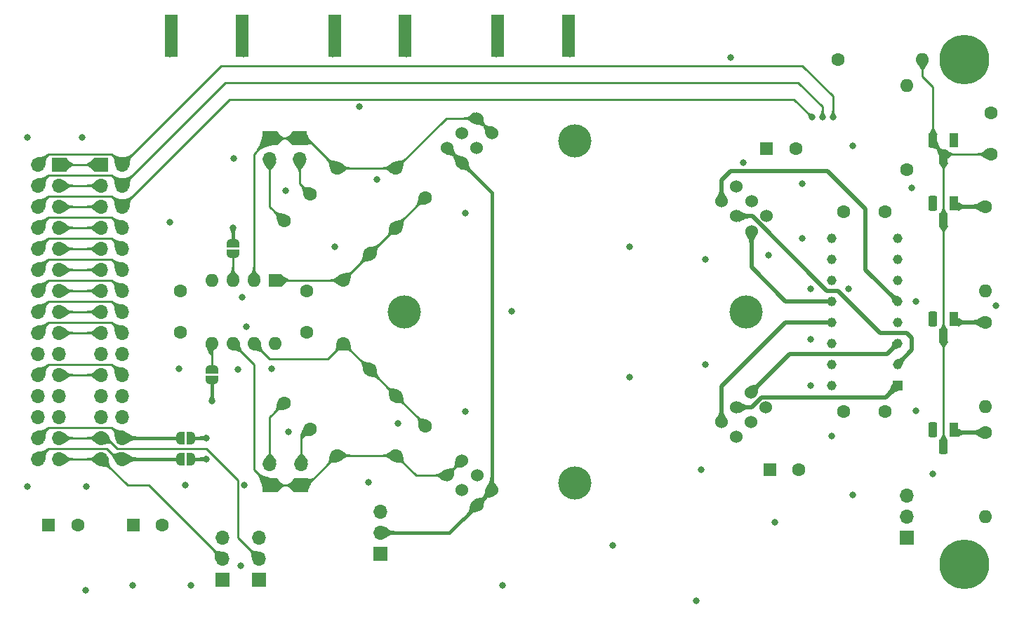
<source format=gtl>
G04 #@! TF.GenerationSoftware,KiCad,Pcbnew,7.0.6*
G04 #@! TF.CreationDate,2023-10-13T18:31:12+03:00*
G04 #@! TF.ProjectId,colorimeter-2,636f6c6f-7269-46d6-9574-65722d322e6b,rev?*
G04 #@! TF.SameCoordinates,Original*
G04 #@! TF.FileFunction,Copper,L1,Top*
G04 #@! TF.FilePolarity,Positive*
%FSLAX46Y46*%
G04 Gerber Fmt 4.6, Leading zero omitted, Abs format (unit mm)*
G04 Created by KiCad (PCBNEW 7.0.6) date 2023-10-13 18:31:12*
%MOMM*%
%LPD*%
G01*
G04 APERTURE LIST*
G04 Aperture macros list*
%AMRoundRect*
0 Rectangle with rounded corners*
0 $1 Rounding radius*
0 $2 $3 $4 $5 $6 $7 $8 $9 X,Y pos of 4 corners*
0 Add a 4 corners polygon primitive as box body*
4,1,4,$2,$3,$4,$5,$6,$7,$8,$9,$2,$3,0*
0 Add four circle primitives for the rounded corners*
1,1,$1+$1,$2,$3*
1,1,$1+$1,$4,$5*
1,1,$1+$1,$6,$7*
1,1,$1+$1,$8,$9*
0 Add four rect primitives between the rounded corners*
20,1,$1+$1,$2,$3,$4,$5,0*
20,1,$1+$1,$4,$5,$6,$7,0*
20,1,$1+$1,$6,$7,$8,$9,0*
20,1,$1+$1,$8,$9,$2,$3,0*%
%AMHorizOval*
0 Thick line with rounded ends*
0 $1 width*
0 $2 $3 position (X,Y) of the first rounded end (center of the circle)*
0 $4 $5 position (X,Y) of the second rounded end (center of the circle)*
0 Add line between two ends*
20,1,$1,$2,$3,$4,$5,0*
0 Add two circle primitives to create the rounded ends*
1,1,$1,$2,$3*
1,1,$1,$4,$5*%
%AMFreePoly0*
4,1,19,0.500000,-0.750000,0.000000,-0.750000,0.000000,-0.744911,-0.071157,-0.744911,-0.207708,-0.704816,-0.327430,-0.627875,-0.420627,-0.520320,-0.479746,-0.390866,-0.500000,-0.250000,-0.500000,0.250000,-0.479746,0.390866,-0.420627,0.520320,-0.327430,0.627875,-0.207708,0.704816,-0.071157,0.744911,0.000000,0.744911,0.000000,0.750000,0.500000,0.750000,0.500000,-0.750000,0.500000,-0.750000,
$1*%
%AMFreePoly1*
4,1,19,0.000000,0.744911,0.071157,0.744911,0.207708,0.704816,0.327430,0.627875,0.420627,0.520320,0.479746,0.390866,0.500000,0.250000,0.500000,-0.250000,0.479746,-0.390866,0.420627,-0.520320,0.327430,-0.627875,0.207708,-0.704816,0.071157,-0.744911,0.000000,-0.744911,0.000000,-0.750000,-0.500000,-0.750000,-0.500000,0.750000,0.000000,0.750000,0.000000,0.744911,0.000000,0.744911,
$1*%
G04 Aperture macros list end*
G04 #@! TA.AperFunction,ComponentPad*
%ADD10R,1.600000X1.600000*%
G04 #@! TD*
G04 #@! TA.AperFunction,ComponentPad*
%ADD11C,1.600000*%
G04 #@! TD*
G04 #@! TA.AperFunction,ComponentPad*
%ADD12O,1.600000X1.600000*%
G04 #@! TD*
G04 #@! TA.AperFunction,ComponentPad*
%ADD13HorizOval,1.600000X0.000000X0.000000X0.000000X0.000000X0*%
G04 #@! TD*
G04 #@! TA.AperFunction,ComponentPad*
%ADD14R,1.700000X1.700000*%
G04 #@! TD*
G04 #@! TA.AperFunction,ComponentPad*
%ADD15O,1.700000X1.700000*%
G04 #@! TD*
G04 #@! TA.AperFunction,ComponentPad*
%ADD16C,1.524000*%
G04 #@! TD*
G04 #@! TA.AperFunction,ComponentPad*
%ADD17C,6.000000*%
G04 #@! TD*
G04 #@! TA.AperFunction,ComponentPad*
%ADD18R,1.160000X1.160000*%
G04 #@! TD*
G04 #@! TA.AperFunction,ComponentPad*
%ADD19C,1.160000*%
G04 #@! TD*
G04 #@! TA.AperFunction,ComponentPad*
%ADD20R,1.100000X1.800000*%
G04 #@! TD*
G04 #@! TA.AperFunction,ComponentPad*
%ADD21RoundRect,0.275000X0.275000X0.625000X-0.275000X0.625000X-0.275000X-0.625000X0.275000X-0.625000X0*%
G04 #@! TD*
G04 #@! TA.AperFunction,SMDPad,CuDef*
%ADD22FreePoly0,180.000000*%
G04 #@! TD*
G04 #@! TA.AperFunction,SMDPad,CuDef*
%ADD23FreePoly1,180.000000*%
G04 #@! TD*
G04 #@! TA.AperFunction,ComponentPad*
%ADD24C,4.000000*%
G04 #@! TD*
G04 #@! TA.AperFunction,ComponentPad*
%ADD25HorizOval,1.600000X0.000000X0.000000X0.000000X0.000000X0*%
G04 #@! TD*
G04 #@! TA.AperFunction,SMDPad,CuDef*
%ADD26FreePoly0,90.000000*%
G04 #@! TD*
G04 #@! TA.AperFunction,SMDPad,CuDef*
%ADD27FreePoly1,90.000000*%
G04 #@! TD*
G04 #@! TA.AperFunction,SMDPad,CuDef*
%ADD28FreePoly0,270.000000*%
G04 #@! TD*
G04 #@! TA.AperFunction,SMDPad,CuDef*
%ADD29FreePoly1,270.000000*%
G04 #@! TD*
G04 #@! TA.AperFunction,SMDPad,CuDef*
%ADD30R,1.500000X5.080000*%
G04 #@! TD*
G04 #@! TA.AperFunction,ViaPad*
%ADD31C,0.800000*%
G04 #@! TD*
G04 #@! TA.AperFunction,Conductor*
%ADD32C,0.250000*%
G04 #@! TD*
G04 #@! TA.AperFunction,Conductor*
%ADD33C,0.400000*%
G04 #@! TD*
G04 #@! TA.AperFunction,Conductor*
%ADD34C,0.500000*%
G04 #@! TD*
G04 APERTURE END LIST*
D10*
X45766974Y-108321974D03*
D11*
X49266974Y-108321974D03*
D10*
X62855000Y-78750000D03*
D12*
X60315000Y-78750000D03*
X57775000Y-78750000D03*
X55235000Y-78750000D03*
X55235000Y-86370000D03*
X57775000Y-86370000D03*
X60315000Y-86370000D03*
X62855000Y-86370000D03*
D11*
X149225000Y-63500000D03*
X149225000Y-58500000D03*
X63935795Y-71555795D03*
D13*
X71120000Y-78740000D03*
D14*
X65840795Y-61595000D03*
D15*
X65840795Y-64135000D03*
D11*
X70285795Y-65205795D03*
D13*
X77470000Y-72390000D03*
D10*
X122172349Y-62865000D03*
D11*
X125672349Y-62865000D03*
D14*
X36825000Y-64775000D03*
D15*
X34285000Y-64775000D03*
X36825000Y-67315000D03*
X34285000Y-67315000D03*
X36825000Y-69855000D03*
X34285000Y-69855000D03*
X36825000Y-72395000D03*
X34285000Y-72395000D03*
X36825000Y-74935000D03*
X34285000Y-74935000D03*
X36825000Y-77475000D03*
X34285000Y-77475000D03*
X36825000Y-80015000D03*
X34285000Y-80015000D03*
X36825000Y-82555000D03*
X34285000Y-82555000D03*
X36825000Y-85095000D03*
X34285000Y-85095000D03*
X36825000Y-87635000D03*
X34285000Y-87635000D03*
X36825000Y-90175000D03*
X34285000Y-90175000D03*
X36825000Y-92715000D03*
X34285000Y-92715000D03*
X36825000Y-95255000D03*
X34285000Y-95255000D03*
X36825000Y-97795000D03*
X34285000Y-97795000D03*
X36825000Y-100335000D03*
X34285000Y-100335000D03*
D11*
X136471680Y-70485000D03*
X131471680Y-70485000D03*
X67110795Y-68380795D03*
D13*
X74295000Y-75565000D03*
D14*
X66040000Y-103505000D03*
D15*
X66040000Y-100965000D03*
D11*
X51435000Y-85050000D03*
X51435000Y-80050000D03*
D16*
X85417946Y-100521929D03*
X83621895Y-102317980D03*
X87213997Y-102317980D03*
X85417946Y-104114031D03*
X89010048Y-104114031D03*
X87213997Y-105910082D03*
D14*
X41905000Y-64775000D03*
D15*
X44445000Y-64775000D03*
X41905000Y-67315000D03*
X44445000Y-67315000D03*
X41905000Y-69855000D03*
X44445000Y-69855000D03*
X41905000Y-72395000D03*
X44445000Y-72395000D03*
X41905000Y-74935000D03*
X44445000Y-74935000D03*
X41905000Y-77475000D03*
X44445000Y-77475000D03*
X41905000Y-80015000D03*
X44445000Y-80015000D03*
X41905000Y-82555000D03*
X44445000Y-82555000D03*
X41905000Y-85095000D03*
X44445000Y-85095000D03*
X41905000Y-87635000D03*
X44445000Y-87635000D03*
X41905000Y-90175000D03*
X44445000Y-90175000D03*
X41905000Y-92715000D03*
X44445000Y-92715000D03*
X41905000Y-95255000D03*
X44445000Y-95255000D03*
X41905000Y-97795000D03*
X44445000Y-97795000D03*
X41905000Y-100335000D03*
X44445000Y-100335000D03*
D17*
X146050000Y-52070000D03*
D18*
X137941680Y-91440000D03*
D19*
X137941680Y-88900000D03*
X137941680Y-86360000D03*
X137941680Y-83820000D03*
X137941680Y-81280000D03*
X137941680Y-78740000D03*
X137941680Y-76200000D03*
X137941680Y-73660000D03*
X130001680Y-73660000D03*
X130001680Y-76200000D03*
X130001680Y-78740000D03*
X130001680Y-81280000D03*
X130001680Y-83820000D03*
X130001680Y-86360000D03*
X130001680Y-88900000D03*
X130001680Y-91440000D03*
D11*
X148590000Y-83820000D03*
D12*
X148590000Y-93980000D03*
D20*
X144780000Y-96755000D03*
D21*
X143510000Y-98825000D03*
X142240000Y-96755000D03*
D22*
X52705000Y-97790000D03*
D23*
X51405000Y-97790000D03*
D16*
X122118533Y-71011052D03*
X120322482Y-72807103D03*
X118526430Y-71011052D03*
X116730379Y-69215000D03*
X120322482Y-69215000D03*
X118526430Y-67418949D03*
D24*
X99060000Y-103197518D03*
X78412482Y-82550000D03*
X99060000Y-61902482D03*
X119707518Y-82550000D03*
D22*
X52720000Y-100330000D03*
D23*
X51420000Y-100330000D03*
D11*
X139065000Y-65405001D03*
D12*
X139065000Y-55245001D03*
D11*
X130810000Y-52070000D03*
D12*
X140970000Y-52070000D03*
D14*
X60960000Y-114934999D03*
D15*
X60960000Y-112394999D03*
X60960000Y-109854999D03*
D20*
X144780000Y-83420000D03*
D21*
X143510000Y-85490000D03*
X142240000Y-83420000D03*
D11*
X77470000Y-99894205D03*
X81005534Y-96358671D03*
D16*
X88989584Y-60960000D03*
X87193533Y-59163949D03*
X87193533Y-62756051D03*
X85397482Y-60960000D03*
X85397482Y-64552102D03*
X83601431Y-62756051D03*
D11*
X70285795Y-99894205D03*
D25*
X77470000Y-92710000D03*
D20*
X144780000Y-69450000D03*
D21*
X143510000Y-71520000D03*
X142240000Y-69450000D03*
D11*
X67110795Y-96719205D03*
D25*
X74295000Y-89535000D03*
D20*
X144780000Y-61830000D03*
D21*
X143510000Y-63900000D03*
X142240000Y-61830000D03*
D26*
X57785000Y-75580000D03*
D27*
X57785000Y-74280000D03*
D14*
X75565000Y-111760000D03*
D15*
X75565000Y-109220000D03*
X75565000Y-106680000D03*
D11*
X63935795Y-93544205D03*
D25*
X71120000Y-86360000D03*
D16*
X118490022Y-97677615D03*
X116693971Y-95881564D03*
X118490022Y-94085512D03*
X120286074Y-92289461D03*
X120286074Y-95881564D03*
X122082125Y-94085512D03*
D14*
X62230000Y-103505000D03*
D15*
X62230000Y-100965000D03*
D10*
X35549323Y-108321974D03*
D11*
X39049323Y-108321974D03*
X66675000Y-85050000D03*
X66675000Y-80050000D03*
X148590000Y-69850001D03*
D12*
X148590000Y-80010001D03*
D28*
X55245000Y-89520000D03*
D29*
X55245000Y-90820000D03*
D11*
X148590000Y-97155000D03*
D12*
X148590000Y-107315000D03*
D14*
X62230000Y-61595000D03*
D15*
X62230000Y-64135000D03*
D11*
X77470000Y-65205795D03*
X81005534Y-68741329D03*
D10*
X122555000Y-101600000D03*
D11*
X126055000Y-101600000D03*
D14*
X56515000Y-114935000D03*
D15*
X56515000Y-112395000D03*
X56515000Y-109855000D03*
D14*
X139065000Y-109855000D03*
D15*
X139065000Y-107315000D03*
X139065000Y-104775000D03*
D17*
X146050000Y-113030000D03*
D11*
X131471680Y-94614999D03*
X136471680Y-94614999D03*
D30*
X50360000Y-49177500D03*
X58860000Y-49177500D03*
X89730000Y-49177500D03*
X98230000Y-49177500D03*
X70045000Y-49177500D03*
X78545000Y-49177500D03*
D31*
X51308000Y-89408000D03*
X130175000Y-59055000D03*
X128905000Y-59055000D03*
X127635000Y-59055000D03*
X64516000Y-97028000D03*
X39624000Y-61468000D03*
X59055000Y-51435000D03*
X77724000Y-96012000D03*
X50165000Y-71755000D03*
X52070000Y-103505000D03*
X55245000Y-93345000D03*
X54610000Y-97790000D03*
X57912000Y-64008000D03*
X69850000Y-51435000D03*
X127508000Y-85852000D03*
X58752072Y-113220215D03*
X140208000Y-81280000D03*
X105664000Y-90424000D03*
X58420000Y-89535000D03*
X74168000Y-103124000D03*
X114808000Y-88900000D03*
X103632000Y-110744000D03*
X85852000Y-94615000D03*
X113665000Y-117475000D03*
X58928000Y-80772000D03*
X54610000Y-100330000D03*
X127508000Y-91440000D03*
X52705000Y-115570000D03*
X40005000Y-116205000D03*
X114300000Y-101600000D03*
X59436000Y-84328000D03*
X130048000Y-97536000D03*
X98425000Y-51435000D03*
X127508000Y-79756000D03*
X132080000Y-79756000D03*
X64135000Y-67945000D03*
X62484000Y-89408000D03*
X91440000Y-82495908D03*
X123190000Y-107950000D03*
X140208000Y-94488000D03*
X126492000Y-67056000D03*
X117856000Y-51816000D03*
X149860000Y-81788000D03*
X139700000Y-67564000D03*
X85852000Y-70612000D03*
X33020000Y-61468000D03*
X89535000Y-51435000D03*
X40132000Y-103632000D03*
X57785000Y-72390000D03*
X126492000Y-73660000D03*
X50165000Y-51435000D03*
X119380000Y-64516000D03*
X142240000Y-102108000D03*
X132588000Y-104648000D03*
X73025000Y-57785000D03*
X59145000Y-103505000D03*
X45720000Y-115570000D03*
X75184000Y-66548000D03*
X122428000Y-75692000D03*
X132588000Y-62484000D03*
X114808000Y-76200000D03*
X105664000Y-74676000D03*
X33020000Y-103632000D03*
X78740000Y-51435000D03*
X90335000Y-115570000D03*
X70104000Y-74676000D03*
D32*
X71120000Y-78740000D02*
X62865000Y-78740000D01*
X77470000Y-72390000D02*
X74295000Y-75565000D01*
X81005534Y-68741329D02*
X77470000Y-72276863D01*
X74295000Y-75565000D02*
X71120000Y-78740000D01*
X42545000Y-97790000D02*
X43815000Y-99060000D01*
X58420000Y-109854999D02*
X60960000Y-112394999D01*
X36825000Y-97795000D02*
X41905000Y-97795000D01*
X43815000Y-99060000D02*
X54610000Y-99060000D01*
X54610000Y-99060000D02*
X58420000Y-102870000D01*
X58420000Y-102870000D02*
X58420000Y-109854999D01*
X42540000Y-99060000D02*
X43815000Y-100335000D01*
X34285000Y-100335000D02*
X35560000Y-99060000D01*
D33*
X44445000Y-100335000D02*
X51415000Y-100335000D01*
D32*
X35560000Y-99060000D02*
X42540000Y-99060000D01*
D34*
X137941680Y-91440000D02*
X136508168Y-92873512D01*
X136508168Y-92873512D02*
X121580098Y-92873512D01*
X120368098Y-94085512D02*
X118490022Y-94085512D01*
X121580098Y-92873512D02*
X120368098Y-94085512D01*
D32*
X36825000Y-82555000D02*
X41905000Y-82555000D01*
D34*
X139700000Y-87141680D02*
X139700000Y-85725000D01*
X118526430Y-71011052D02*
X120404506Y-71011052D01*
X137941680Y-88900000D02*
X139700000Y-87141680D01*
X130796680Y-80010000D02*
X129403454Y-80010000D01*
X139700000Y-85725000D02*
X139065000Y-85090000D01*
X135876680Y-85090000D02*
X130796680Y-80010000D01*
X139065000Y-85090000D02*
X135876680Y-85090000D01*
X129403454Y-80010000D02*
X120404506Y-71011052D01*
X137941680Y-86360000D02*
X136671680Y-87630000D01*
X136671680Y-87630000D02*
X124945535Y-87630000D01*
X124945535Y-87630000D02*
X120286074Y-92289461D01*
X129540000Y-65532000D02*
X134112000Y-70104000D01*
X134112000Y-77450320D02*
X137941680Y-81280000D01*
X116730379Y-66657621D02*
X117856000Y-65532000D01*
X134112000Y-70104000D02*
X134112000Y-77450320D01*
X116730379Y-69215000D02*
X116730379Y-66657621D01*
X117856000Y-65532000D02*
X129540000Y-65532000D01*
D32*
X36825000Y-80015000D02*
X41905000Y-80015000D01*
D34*
X120322482Y-77142482D02*
X124460000Y-81280000D01*
X124460000Y-81280000D02*
X130001680Y-81280000D01*
X120322482Y-72807103D02*
X120322482Y-77142482D01*
X124460000Y-83820000D02*
X130001680Y-83820000D01*
X116693971Y-95881564D02*
X116693971Y-91586029D01*
X116693971Y-91586029D02*
X124460000Y-83820000D01*
D32*
X36825000Y-77475000D02*
X41905000Y-77475000D01*
X142240000Y-55372000D02*
X140970000Y-54102000D01*
X143510000Y-71120000D02*
X143510000Y-85090000D01*
X143510000Y-71120000D02*
X143510000Y-63615000D01*
X140970000Y-54102000D02*
X140970000Y-52070000D01*
X149225000Y-63500000D02*
X143510000Y-63500000D01*
X143510000Y-63500000D02*
X142240000Y-62230000D01*
X143510000Y-98425000D02*
X143510000Y-85090000D01*
X142240000Y-62230000D02*
X142240000Y-55372000D01*
X56388000Y-52832000D02*
X126492000Y-52832000D01*
X43170000Y-63500000D02*
X44445000Y-64775000D01*
X35560000Y-63500000D02*
X43170000Y-63500000D01*
X126492000Y-52832000D02*
X130175000Y-56515000D01*
X34285000Y-64775000D02*
X35560000Y-63500000D01*
X44445000Y-64775000D02*
X56388000Y-52832000D01*
X130175000Y-56515000D02*
X130175000Y-59055000D01*
X128905000Y-59055000D02*
X128905000Y-57785000D01*
X56896000Y-54864000D02*
X44445000Y-67315000D01*
X128905000Y-57785000D02*
X125984000Y-54864000D01*
X35560000Y-66040000D02*
X43170000Y-66040000D01*
X125984000Y-54864000D02*
X56896000Y-54864000D01*
X43170000Y-66040000D02*
X44445000Y-67315000D01*
X34285000Y-67315000D02*
X35560000Y-66040000D01*
X127635000Y-59055000D02*
X125476000Y-56896000D01*
X34285000Y-69855000D02*
X35560000Y-68580000D01*
X35560000Y-68580000D02*
X43170000Y-68580000D01*
X57404000Y-56896000D02*
X44445000Y-69855000D01*
X125476000Y-56896000D02*
X57404000Y-56896000D01*
X43170000Y-68580000D02*
X44445000Y-69855000D01*
X36825000Y-69855000D02*
X41905000Y-69855000D01*
X36825000Y-72395000D02*
X41905000Y-72395000D01*
X36825000Y-64775000D02*
X41905000Y-64775000D01*
X36825000Y-67315000D02*
X41905000Y-67315000D01*
X69215000Y-88265000D02*
X71120000Y-86360000D01*
X74295000Y-89535000D02*
X77470000Y-92710000D01*
X71120000Y-86360000D02*
X74295000Y-89535000D01*
X62210000Y-88265000D02*
X69215000Y-88265000D01*
X60315000Y-86370000D02*
X62210000Y-88265000D01*
X77470000Y-92710000D02*
X81005534Y-96245534D01*
X63935795Y-71555795D02*
X62230000Y-69850000D01*
X62230000Y-69850000D02*
X62230000Y-64135000D01*
X67110795Y-68380795D02*
X65840795Y-67110795D01*
X65840795Y-67110795D02*
X65840795Y-64135000D01*
X62230000Y-95250000D02*
X62230000Y-100965000D01*
X63935795Y-93544205D02*
X62230000Y-95250000D01*
X34285000Y-72395000D02*
X35560000Y-71120000D01*
X35560000Y-71120000D02*
X43170000Y-71120000D01*
X43170000Y-71120000D02*
X44445000Y-72395000D01*
X60315000Y-63510000D02*
X62230000Y-61595000D01*
X60315000Y-78750000D02*
X60315000Y-63510000D01*
X65840795Y-61595000D02*
X62230000Y-61595000D01*
X83511846Y-59163949D02*
X87193533Y-59163949D01*
X77470000Y-65205795D02*
X70285795Y-65205795D01*
X66675000Y-61595000D02*
X70285795Y-65205795D01*
X65840795Y-61595000D02*
X66675000Y-61595000D01*
X88989584Y-60960000D02*
X87193533Y-59163949D01*
X77470000Y-65205795D02*
X83511846Y-59163949D01*
X62230000Y-103505000D02*
X60325000Y-101600000D01*
X85417946Y-100521929D02*
X83621895Y-102317980D01*
X60325000Y-101600000D02*
X60325000Y-88900000D01*
X83621895Y-102317980D02*
X79893775Y-102317980D01*
X60325000Y-88900000D02*
X57795000Y-86370000D01*
X66675000Y-103505000D02*
X70285795Y-99894205D01*
X62230000Y-103505000D02*
X66040000Y-103505000D01*
X79893775Y-102317980D02*
X77470000Y-99894205D01*
X70285795Y-99894205D02*
X77470000Y-99894205D01*
D34*
X144780000Y-69850000D02*
X148590000Y-69850001D01*
X148590000Y-97155000D02*
X144780000Y-97155000D01*
X144780000Y-83820000D02*
X148590000Y-83820000D01*
D32*
X36825000Y-74935000D02*
X41905000Y-74935000D01*
X34285000Y-74935000D02*
X35560000Y-73660000D01*
X35560000Y-73660000D02*
X43170000Y-73660000D01*
X43170000Y-73660000D02*
X44445000Y-74935000D01*
X34285000Y-77475000D02*
X35560000Y-76200000D01*
X35560000Y-76200000D02*
X43170000Y-76200000D01*
X43170000Y-76200000D02*
X44445000Y-77475000D01*
X43170000Y-78740000D02*
X44445000Y-80015000D01*
X34285000Y-80015000D02*
X35560000Y-78740000D01*
X35560000Y-78740000D02*
X43170000Y-78740000D01*
X35560000Y-81280000D02*
X43170000Y-81280000D01*
X43170000Y-81280000D02*
X44445000Y-82555000D01*
X34285000Y-82555000D02*
X35560000Y-81280000D01*
X36825000Y-85095000D02*
X41905000Y-85095000D01*
X35560000Y-83820000D02*
X43170000Y-83820000D01*
X43170000Y-83820000D02*
X44445000Y-85095000D01*
X34285000Y-85095000D02*
X35560000Y-83820000D01*
X36825000Y-90175000D02*
X41905000Y-90175000D01*
X34285000Y-90175000D02*
X35560000Y-88900000D01*
X43170000Y-88900000D02*
X44445000Y-90175000D01*
X35560000Y-88900000D02*
X43170000Y-88900000D01*
X41905000Y-100335000D02*
X45075000Y-103505000D01*
X47625000Y-103505000D02*
X56515000Y-112395000D01*
X45075000Y-103505000D02*
X47625000Y-103505000D01*
X36825000Y-100335000D02*
X41905000Y-100335000D01*
D33*
X89010048Y-104114031D02*
X89010048Y-68164668D01*
X83904079Y-109220000D02*
X75565000Y-109220000D01*
X83601431Y-62756051D02*
X85397482Y-64552102D01*
X87213997Y-105910082D02*
X89010048Y-104114031D01*
X87213997Y-105910082D02*
X83904079Y-109220000D01*
X85397482Y-64552102D02*
X89010048Y-68164668D01*
X55245000Y-90820000D02*
X55245000Y-93345000D01*
X52720000Y-100330000D02*
X54610000Y-100330000D01*
X57785000Y-74280000D02*
X57785000Y-72390000D01*
X52705000Y-97790000D02*
X54610000Y-97790000D01*
D32*
X35560000Y-96520000D02*
X43170000Y-96520000D01*
D33*
X44445000Y-97795000D02*
X51400000Y-97795000D01*
D32*
X43170000Y-96520000D02*
X44445000Y-97795000D01*
X34285000Y-97795000D02*
X35560000Y-96520000D01*
X66040000Y-97790000D02*
X66040000Y-100965000D01*
X67110795Y-96719205D02*
X66040000Y-97790000D01*
X57775000Y-78750000D02*
X57775000Y-75590000D01*
X55245000Y-87774000D02*
X55235000Y-87764000D01*
X55235000Y-86370000D02*
X55235000Y-87764000D01*
X55245000Y-89520000D02*
X55245000Y-87774000D01*
G04 #@! TA.AperFunction,Conductor*
G36*
X41584181Y-84320579D02*
G01*
X41584653Y-84321578D01*
X41904134Y-85090511D01*
X41904143Y-85099466D01*
X41904134Y-85099489D01*
X41584653Y-85868421D01*
X41578314Y-85874746D01*
X41569359Y-85874737D01*
X41568360Y-85874265D01*
X41240321Y-85700046D01*
X41238622Y-85698945D01*
X41011087Y-85521811D01*
X40815423Y-85368383D01*
X40677065Y-85306862D01*
X40573153Y-85260657D01*
X40573152Y-85260656D01*
X40215416Y-85221150D01*
X40207569Y-85216836D01*
X40205000Y-85209521D01*
X40205000Y-84980478D01*
X40208427Y-84972205D01*
X40215414Y-84968849D01*
X40573153Y-84929342D01*
X40815422Y-84821616D01*
X41011087Y-84668188D01*
X41238628Y-84491047D01*
X41240315Y-84489954D01*
X41568361Y-84315733D01*
X41577274Y-84314880D01*
X41584181Y-84320579D01*
G37*
G04 #@! TD.AperFunction*
G04 #@! TA.AperFunction,Conductor*
G36*
X145338227Y-69307180D02*
G01*
X145439999Y-69396000D01*
X145549999Y-69474000D01*
X145550001Y-69474001D01*
X145659995Y-69533998D01*
X145660007Y-69534003D01*
X145769999Y-69576000D01*
X145769998Y-69576000D01*
X145849582Y-69593364D01*
X145870793Y-69597992D01*
X145878146Y-69603104D01*
X145879999Y-69609423D01*
X145879999Y-70089694D01*
X145876572Y-70097967D01*
X145869776Y-70101300D01*
X145770011Y-70113996D01*
X145769995Y-70113999D01*
X145660001Y-70145997D01*
X145660000Y-70145998D01*
X145550007Y-70195996D01*
X145550003Y-70195997D01*
X145549999Y-70196000D01*
X145549990Y-70196005D01*
X145549991Y-70196005D01*
X145440011Y-70263991D01*
X145439989Y-70264007D01*
X145337766Y-70343927D01*
X145329138Y-70346323D01*
X145322698Y-70343374D01*
X145043143Y-70089694D01*
X144788103Y-69858260D01*
X144784280Y-69850164D01*
X144787302Y-69841735D01*
X144787685Y-69841330D01*
X145322271Y-69307714D01*
X145330547Y-69304296D01*
X145338227Y-69307180D01*
G37*
G04 #@! TD.AperFunction*
G04 #@! TA.AperFunction,Conductor*
G36*
X73567759Y-75263751D02*
G01*
X74291212Y-75562437D01*
X74297551Y-75568762D01*
X74297562Y-75568787D01*
X74596248Y-76292240D01*
X74596237Y-76301195D01*
X74589898Y-76307520D01*
X74588880Y-76307886D01*
X74256346Y-76410419D01*
X74254414Y-76410840D01*
X73986278Y-76445847D01*
X73755118Y-76475744D01*
X73523255Y-76566635D01*
X73260199Y-76778179D01*
X73251604Y-76780693D01*
X73244594Y-76777334D01*
X73082665Y-76615405D01*
X73079238Y-76607132D01*
X73081818Y-76599803D01*
X73293362Y-76336743D01*
X73384254Y-76104879D01*
X73414151Y-75873721D01*
X73449159Y-75605573D01*
X73449576Y-75603661D01*
X73552114Y-75271117D01*
X73557826Y-75264222D01*
X73566741Y-75263385D01*
X73567759Y-75263751D01*
G37*
G04 #@! TD.AperFunction*
G04 #@! TA.AperFunction,Conductor*
G36*
X75345405Y-74352665D02*
G01*
X75507334Y-74514594D01*
X75510761Y-74522867D01*
X75508179Y-74530199D01*
X75296635Y-74793255D01*
X75205744Y-75025118D01*
X75175847Y-75256278D01*
X75140840Y-75524414D01*
X75140419Y-75526346D01*
X75037886Y-75858880D01*
X75032173Y-75865777D01*
X75023258Y-75866614D01*
X75022240Y-75866248D01*
X74298787Y-75567562D01*
X74292448Y-75561237D01*
X74292437Y-75561212D01*
X74277650Y-75525397D01*
X73993750Y-74837759D01*
X73993762Y-74828804D01*
X74000101Y-74822479D01*
X74001102Y-74822119D01*
X74333661Y-74719576D01*
X74335573Y-74719159D01*
X74603721Y-74684151D01*
X74834879Y-74654254D01*
X75066743Y-74563362D01*
X75329803Y-74351819D01*
X75338395Y-74349306D01*
X75345405Y-74352665D01*
G37*
G04 #@! TD.AperFunction*
G04 #@! TA.AperFunction,Conductor*
G36*
X42687365Y-100014636D02*
G01*
X42693690Y-100020975D01*
X42694063Y-100022015D01*
X42802829Y-100377163D01*
X42803252Y-100379143D01*
X42838891Y-100665289D01*
X42868756Y-100912127D01*
X42868758Y-100912136D01*
X42963893Y-101159618D01*
X43188918Y-101440514D01*
X43191416Y-101449113D01*
X43188060Y-101456102D01*
X43026102Y-101618060D01*
X43017829Y-101621487D01*
X43010514Y-101618918D01*
X42729618Y-101393893D01*
X42482136Y-101298758D01*
X42482127Y-101298756D01*
X42235289Y-101268891D01*
X41949143Y-101233252D01*
X41947163Y-101232829D01*
X41592015Y-101124063D01*
X41585108Y-101118364D01*
X41584254Y-101109450D01*
X41584620Y-101108429D01*
X41902438Y-100338783D01*
X41908759Y-100332448D01*
X42678412Y-100014627D01*
X42687365Y-100014636D01*
G37*
G04 #@! TD.AperFunction*
G04 #@! TA.AperFunction,Conductor*
G36*
X88008524Y-59800583D02*
G01*
X88258027Y-60001881D01*
X88258028Y-60001881D01*
X88258029Y-60001882D01*
X88478016Y-60089546D01*
X88478019Y-60089547D01*
X88697252Y-60119465D01*
X88951701Y-60153991D01*
X88953590Y-60154409D01*
X89268950Y-60252208D01*
X89275836Y-60257932D01*
X89276659Y-60266849D01*
X89276299Y-60267847D01*
X88992146Y-60956211D01*
X88985821Y-60962551D01*
X88985795Y-60962562D01*
X88297431Y-61246715D01*
X88288477Y-61246704D01*
X88282152Y-61240364D01*
X88281792Y-61239366D01*
X88183994Y-60924008D01*
X88183575Y-60922115D01*
X88149049Y-60667668D01*
X88149048Y-60667668D01*
X88119131Y-60448435D01*
X88119130Y-60448432D01*
X88031466Y-60228445D01*
X88031465Y-60228444D01*
X88031465Y-60228443D01*
X87830167Y-59978940D01*
X87827640Y-59970351D01*
X87831000Y-59963323D01*
X87992907Y-59801416D01*
X88001179Y-59797990D01*
X88008524Y-59800583D01*
G37*
G04 #@! TD.AperFunction*
G04 #@! TA.AperFunction,Conductor*
G36*
X45566102Y-63491939D02*
G01*
X45728060Y-63653897D01*
X45731487Y-63662170D01*
X45728918Y-63669485D01*
X45503893Y-63950379D01*
X45408758Y-64197861D01*
X45408756Y-64197870D01*
X45378891Y-64444709D01*
X45343252Y-64730855D01*
X45342829Y-64732835D01*
X45234063Y-65087984D01*
X45228364Y-65094891D01*
X45219450Y-65095745D01*
X45218410Y-65095372D01*
X44448785Y-64777562D01*
X44442447Y-64771238D01*
X44124627Y-64001587D01*
X44124636Y-63992634D01*
X44130975Y-63986309D01*
X44132010Y-63985937D01*
X44487167Y-63877167D01*
X44489139Y-63876745D01*
X44775289Y-63841107D01*
X45022135Y-63811241D01*
X45269619Y-63716104D01*
X45550516Y-63491080D01*
X45559113Y-63488583D01*
X45566102Y-63491939D01*
G37*
G04 #@! TD.AperFunction*
G04 #@! TA.AperFunction,Conductor*
G36*
X78520405Y-63993460D02*
G01*
X78682334Y-64155389D01*
X78685761Y-64163662D01*
X78683179Y-64170994D01*
X78471635Y-64434050D01*
X78380744Y-64665913D01*
X78350847Y-64897073D01*
X78315840Y-65165209D01*
X78315419Y-65167141D01*
X78212886Y-65499675D01*
X78207173Y-65506572D01*
X78198258Y-65507409D01*
X78197240Y-65507043D01*
X77473787Y-65208357D01*
X77467448Y-65202032D01*
X77467437Y-65202007D01*
X77452650Y-65166192D01*
X77168750Y-64478554D01*
X77168762Y-64469599D01*
X77175101Y-64463274D01*
X77176102Y-64462914D01*
X77508661Y-64360371D01*
X77510573Y-64359954D01*
X77778721Y-64324946D01*
X78009879Y-64295049D01*
X78241743Y-64204157D01*
X78504803Y-63992614D01*
X78513395Y-63990101D01*
X78520405Y-63993460D01*
G37*
G04 #@! TD.AperFunction*
G04 #@! TA.AperFunction,Conductor*
G36*
X35406102Y-66031939D02*
G01*
X35568060Y-66193897D01*
X35571487Y-66202170D01*
X35568918Y-66209485D01*
X35343893Y-66490379D01*
X35248758Y-66737861D01*
X35248756Y-66737870D01*
X35218891Y-66984709D01*
X35183252Y-67270855D01*
X35182829Y-67272835D01*
X35074063Y-67627984D01*
X35068364Y-67634891D01*
X35059450Y-67635745D01*
X35058410Y-67635372D01*
X34288785Y-67317562D01*
X34282447Y-67311238D01*
X33964627Y-66541587D01*
X33964636Y-66532634D01*
X33970975Y-66526309D01*
X33972010Y-66525937D01*
X34327167Y-66417167D01*
X34329139Y-66416745D01*
X34615289Y-66381107D01*
X34862135Y-66351241D01*
X35109619Y-66256104D01*
X35390516Y-66031080D01*
X35399113Y-66028583D01*
X35406102Y-66031939D01*
G37*
G04 #@! TD.AperFunction*
G04 #@! TA.AperFunction,Conductor*
G36*
X35406102Y-78731939D02*
G01*
X35568060Y-78893897D01*
X35571487Y-78902170D01*
X35568918Y-78909485D01*
X35343893Y-79190379D01*
X35248758Y-79437861D01*
X35248756Y-79437870D01*
X35218891Y-79684709D01*
X35183252Y-79970855D01*
X35182829Y-79972835D01*
X35074063Y-80327984D01*
X35068364Y-80334891D01*
X35059450Y-80335745D01*
X35058410Y-80335372D01*
X34288785Y-80017562D01*
X34282447Y-80011238D01*
X33964627Y-79241587D01*
X33964636Y-79232634D01*
X33970975Y-79226309D01*
X33972010Y-79225937D01*
X34327167Y-79117167D01*
X34329139Y-79116745D01*
X34615289Y-79081107D01*
X34862135Y-79051241D01*
X35109619Y-78956104D01*
X35390516Y-78731080D01*
X35399113Y-78728583D01*
X35406102Y-78731939D01*
G37*
G04 #@! TD.AperFunction*
G04 #@! TA.AperFunction,Conductor*
G36*
X35406102Y-96511939D02*
G01*
X35568060Y-96673897D01*
X35571487Y-96682170D01*
X35568918Y-96689485D01*
X35343893Y-96970379D01*
X35248758Y-97217861D01*
X35248756Y-97217870D01*
X35218891Y-97464709D01*
X35183252Y-97750855D01*
X35182829Y-97752835D01*
X35074063Y-98107984D01*
X35068364Y-98114891D01*
X35059450Y-98115745D01*
X35058410Y-98115372D01*
X34288785Y-97797562D01*
X34282447Y-97791238D01*
X33964627Y-97021587D01*
X33964636Y-97012634D01*
X33970975Y-97006309D01*
X33972010Y-97005937D01*
X34327167Y-96897167D01*
X34329139Y-96896745D01*
X34615289Y-96861107D01*
X34862135Y-96831241D01*
X35109619Y-96736104D01*
X35390516Y-96511080D01*
X35399113Y-96508583D01*
X35406102Y-96511939D01*
G37*
G04 #@! TD.AperFunction*
G04 #@! TA.AperFunction,Conductor*
G36*
X58143594Y-72538504D02*
G01*
X58149912Y-72544851D01*
X58149891Y-72553805D01*
X58149824Y-72553962D01*
X58087780Y-72696882D01*
X58039592Y-72807935D01*
X58039586Y-72807952D01*
X58007827Y-72906799D01*
X58007827Y-72906801D01*
X57990349Y-73023963D01*
X57990347Y-73023978D01*
X57985365Y-73178677D01*
X57981674Y-73186835D01*
X57973671Y-73190000D01*
X57596329Y-73190000D01*
X57588056Y-73186573D01*
X57584635Y-73178677D01*
X57579651Y-73023978D01*
X57579651Y-73023972D01*
X57562171Y-72906799D01*
X57530410Y-72807947D01*
X57482219Y-72696882D01*
X57420174Y-72553961D01*
X57420024Y-72545009D01*
X57426248Y-72538571D01*
X57426321Y-72538539D01*
X57780500Y-72390875D01*
X57789449Y-72390855D01*
X58143594Y-72538504D01*
G37*
G04 #@! TD.AperFunction*
G04 #@! TA.AperFunction,Conductor*
G36*
X137416979Y-86142641D02*
G01*
X137609293Y-86221942D01*
X137937885Y-86357437D01*
X137944227Y-86363759D01*
X137944242Y-86363794D01*
X138159033Y-86884688D01*
X138159018Y-86893643D01*
X138152676Y-86899965D01*
X138152334Y-86900099D01*
X137932966Y-86982579D01*
X137763164Y-87039388D01*
X137692660Y-87069168D01*
X137622157Y-87098949D01*
X137477862Y-87193937D01*
X137306467Y-87349527D01*
X137298038Y-87352550D01*
X137290330Y-87349137D01*
X136952542Y-87011349D01*
X136949115Y-87003076D01*
X136952150Y-86995215D01*
X137107743Y-86823815D01*
X137202729Y-86679522D01*
X137262290Y-86538513D01*
X137319100Y-86368712D01*
X137401581Y-86149343D01*
X137407699Y-86142808D01*
X137416649Y-86142512D01*
X137416979Y-86142641D01*
G37*
G04 #@! TD.AperFunction*
G04 #@! TA.AperFunction,Conductor*
G36*
X86521593Y-105623262D02*
G01*
X87210208Y-105907519D01*
X87216548Y-105913844D01*
X87216559Y-105913870D01*
X87500814Y-106602480D01*
X87500803Y-106611434D01*
X87494463Y-106617759D01*
X87493698Y-106618044D01*
X87187252Y-106720169D01*
X87186569Y-106720351D01*
X86943280Y-106769860D01*
X86736203Y-106817842D01*
X86736201Y-106817843D01*
X86527202Y-106919257D01*
X86527199Y-106919259D01*
X86286002Y-107122220D01*
X86277465Y-107124925D01*
X86270196Y-107121541D01*
X86002537Y-106853882D01*
X85999110Y-106845609D01*
X86001857Y-106838077D01*
X86204820Y-106596877D01*
X86306234Y-106387874D01*
X86354217Y-106180797D01*
X86403725Y-105937504D01*
X86403904Y-105936833D01*
X86506034Y-105630379D01*
X86511901Y-105623615D01*
X86520833Y-105622979D01*
X86521593Y-105623262D01*
G37*
G04 #@! TD.AperFunction*
G04 #@! TA.AperFunction,Conductor*
G36*
X86906393Y-58470823D02*
G01*
X86906845Y-58471784D01*
X87192666Y-59159459D01*
X87192677Y-59168413D01*
X87192666Y-59168439D01*
X86906845Y-59856113D01*
X86900505Y-59862438D01*
X86891551Y-59862427D01*
X86890596Y-59861978D01*
X86598445Y-59708136D01*
X86596811Y-59707095D01*
X86392475Y-59551586D01*
X86216297Y-59417719D01*
X85998752Y-59324153D01*
X85679989Y-59290067D01*
X85672127Y-59285780D01*
X85669533Y-59278433D01*
X85669533Y-59049464D01*
X85672960Y-59041191D01*
X85679986Y-59037831D01*
X85998751Y-59003744D01*
X86216298Y-58910176D01*
X86392475Y-58776311D01*
X86596821Y-58620794D01*
X86598436Y-58619765D01*
X86890593Y-58465921D01*
X86899507Y-58465099D01*
X86906393Y-58470823D01*
G37*
G04 #@! TD.AperFunction*
G04 #@! TA.AperFunction,Conductor*
G36*
X69250992Y-63992614D02*
G01*
X69514050Y-64204157D01*
X69745914Y-64295049D01*
X69977073Y-64324946D01*
X70245216Y-64359954D01*
X70247134Y-64360372D01*
X70579676Y-64462908D01*
X70586572Y-64468621D01*
X70587409Y-64477536D01*
X70587043Y-64478554D01*
X70288357Y-65202007D01*
X70282032Y-65208346D01*
X70282007Y-65208357D01*
X69558554Y-65507043D01*
X69549599Y-65507032D01*
X69543274Y-65500693D01*
X69542912Y-65499686D01*
X69440372Y-65167134D01*
X69439954Y-65165216D01*
X69404946Y-64897073D01*
X69375049Y-64665914D01*
X69284157Y-64434050D01*
X69072614Y-64170992D01*
X69070101Y-64162399D01*
X69073459Y-64155390D01*
X69235390Y-63993459D01*
X69243662Y-63990033D01*
X69250992Y-63992614D01*
G37*
G04 #@! TD.AperFunction*
G04 #@! TA.AperFunction,Conductor*
G36*
X37160640Y-71615262D02*
G01*
X37161639Y-71615734D01*
X37489676Y-71789951D01*
X37491375Y-71791052D01*
X37718911Y-71968188D01*
X37914574Y-72121615D01*
X37914575Y-72121615D01*
X37914576Y-72121616D01*
X38156846Y-72229342D01*
X38514585Y-72268849D01*
X38522431Y-72273163D01*
X38525000Y-72280478D01*
X38525000Y-72509521D01*
X38521573Y-72517794D01*
X38514584Y-72521150D01*
X38156847Y-72560656D01*
X37914574Y-72668383D01*
X37718911Y-72821811D01*
X37491375Y-72998945D01*
X37489676Y-73000046D01*
X37161639Y-73174265D01*
X37152725Y-73175119D01*
X37145818Y-73169420D01*
X37145346Y-73168421D01*
X37075388Y-73000046D01*
X36825864Y-72399488D01*
X36825856Y-72390534D01*
X36825865Y-72390511D01*
X36871582Y-72280478D01*
X37145347Y-71621576D01*
X37151685Y-71615253D01*
X37160640Y-71615262D01*
G37*
G04 #@! TD.AperFunction*
G04 #@! TA.AperFunction,Conductor*
G36*
X148288332Y-96426727D02*
G01*
X148288615Y-96427355D01*
X148589134Y-97150510D01*
X148589144Y-97159463D01*
X148589135Y-97159485D01*
X148589134Y-97159490D01*
X148288615Y-97882644D01*
X148282276Y-97888969D01*
X148273321Y-97888958D01*
X148272693Y-97888675D01*
X147970579Y-97741728D01*
X147970082Y-97741456D01*
X147751567Y-97607603D01*
X147560187Y-97500939D01*
X147560182Y-97500937D01*
X147328801Y-97430458D01*
X147328795Y-97430457D01*
X147000823Y-97405813D01*
X146992830Y-97401776D01*
X146990000Y-97394146D01*
X146990000Y-96915853D01*
X146993427Y-96907580D01*
X147000821Y-96904186D01*
X147328797Y-96879541D01*
X147328799Y-96879540D01*
X147328801Y-96879540D01*
X147560182Y-96809061D01*
X147560183Y-96809060D01*
X147560188Y-96809059D01*
X147751567Y-96702396D01*
X147970094Y-96568534D01*
X147970580Y-96568270D01*
X148272693Y-96421324D01*
X148281632Y-96420787D01*
X148288332Y-96426727D01*
G37*
G04 #@! TD.AperFunction*
G04 #@! TA.AperFunction,Conductor*
G36*
X118828582Y-70312161D02*
G01*
X118829173Y-70312426D01*
X119115898Y-70450657D01*
X119116357Y-70450904D01*
X119324805Y-70575424D01*
X119324814Y-70575429D01*
X119324813Y-70575429D01*
X119422717Y-70628001D01*
X119507668Y-70673619D01*
X119728338Y-70737961D01*
X120039567Y-70760273D01*
X120047574Y-70764283D01*
X120050430Y-70771943D01*
X120050430Y-71250160D01*
X120047003Y-71258433D01*
X120039567Y-71261830D01*
X119728338Y-71284141D01*
X119507671Y-71348481D01*
X119324813Y-71446674D01*
X119324814Y-71446674D01*
X119324805Y-71446679D01*
X119267681Y-71480802D01*
X119116358Y-71571196D01*
X119115898Y-71571444D01*
X118829173Y-71709677D01*
X118820233Y-71710183D01*
X118813553Y-71704219D01*
X118813288Y-71703628D01*
X118758301Y-71571332D01*
X118527295Y-71015541D01*
X118527285Y-71006588D01*
X118527296Y-71006562D01*
X118624812Y-70771943D01*
X118813289Y-70318473D01*
X118819628Y-70312150D01*
X118828582Y-70312161D01*
G37*
G04 #@! TD.AperFunction*
G04 #@! TA.AperFunction,Conductor*
G36*
X61391723Y-61247760D02*
G01*
X62226216Y-61592438D01*
X62232553Y-61598763D01*
X62232562Y-61598784D01*
X62576364Y-62431158D01*
X62576355Y-62440113D01*
X62570017Y-62446439D01*
X62567267Y-62447198D01*
X62239136Y-62495884D01*
X61953976Y-62574366D01*
X61896188Y-62590271D01*
X61896186Y-62590271D01*
X61896174Y-62590275D01*
X61553255Y-62728150D01*
X61553222Y-62728166D01*
X61210306Y-62909535D01*
X61210287Y-62909547D01*
X60875306Y-63129209D01*
X60866508Y-63130880D01*
X60860617Y-63127698D01*
X60696727Y-62963808D01*
X60693300Y-62955535D01*
X60694699Y-62949989D01*
X60828456Y-62701705D01*
X60923230Y-62495885D01*
X60966341Y-62402262D01*
X60966341Y-62402261D01*
X61104228Y-62059311D01*
X61242114Y-61672864D01*
X61265872Y-61598784D01*
X61376124Y-61255002D01*
X61381913Y-61248173D01*
X61390837Y-61247436D01*
X61391723Y-61247760D01*
G37*
G04 #@! TD.AperFunction*
G04 #@! TA.AperFunction,Conductor*
G36*
X143635481Y-70073427D02*
G01*
X143638004Y-70077191D01*
X143715808Y-70263465D01*
X143715808Y-70263466D01*
X143796626Y-70432194D01*
X143796627Y-70432194D01*
X143877440Y-70576145D01*
X143958253Y-70695334D01*
X143994416Y-70737589D01*
X144030236Y-70779444D01*
X144033012Y-70787957D01*
X144028954Y-70795940D01*
X144027556Y-70796968D01*
X143516209Y-71117112D01*
X143507378Y-71118597D01*
X143503791Y-71117112D01*
X142992443Y-70796968D01*
X142987250Y-70789673D01*
X142988735Y-70780842D01*
X142989763Y-70779444D01*
X143061746Y-70695334D01*
X143142559Y-70576145D01*
X143223372Y-70432194D01*
X143223373Y-70432194D01*
X143304191Y-70263466D01*
X143304191Y-70263465D01*
X143381996Y-70077191D01*
X143388347Y-70070877D01*
X143392792Y-70070000D01*
X143627208Y-70070000D01*
X143635481Y-70073427D01*
G37*
G04 #@! TD.AperFunction*
G04 #@! TA.AperFunction,Conductor*
G36*
X78206195Y-92408762D02*
G01*
X78212520Y-92415101D01*
X78212886Y-92416119D01*
X78315419Y-92748651D01*
X78315840Y-92750583D01*
X78350847Y-93018721D01*
X78380744Y-93249879D01*
X78471635Y-93481742D01*
X78471636Y-93481743D01*
X78683179Y-93744801D01*
X78685693Y-93753395D01*
X78682334Y-93760405D01*
X78520405Y-93922334D01*
X78512132Y-93925761D01*
X78504801Y-93923179D01*
X78241743Y-93711636D01*
X78241742Y-93711635D01*
X78009879Y-93620744D01*
X77778721Y-93590847D01*
X77510583Y-93555840D01*
X77508651Y-93555419D01*
X77176119Y-93452886D01*
X77169222Y-93447173D01*
X77168385Y-93438258D01*
X77168751Y-93437240D01*
X77246105Y-93249879D01*
X77467438Y-92713785D01*
X77473762Y-92707448D01*
X77473764Y-92707446D01*
X78197240Y-92408751D01*
X78206195Y-92408762D01*
G37*
G04 #@! TD.AperFunction*
G04 #@! TA.AperFunction,Conductor*
G36*
X141697251Y-52371221D02*
G01*
X141703576Y-52377560D01*
X141703565Y-52386515D01*
X141703105Y-52387493D01*
X141540471Y-52695131D01*
X141539402Y-52696795D01*
X141374554Y-52911152D01*
X141232239Y-53095749D01*
X141132558Y-53323971D01*
X141096133Y-53659563D01*
X141091833Y-53667418D01*
X141084501Y-53670000D01*
X140855499Y-53670000D01*
X140847226Y-53666573D01*
X140843867Y-53659563D01*
X140807440Y-53323971D01*
X140707759Y-53095749D01*
X140707758Y-53095746D01*
X140565445Y-52911152D01*
X140400596Y-52696795D01*
X140399531Y-52695137D01*
X140236893Y-52387492D01*
X140236057Y-52378578D01*
X140241770Y-52371681D01*
X140242735Y-52371227D01*
X140965512Y-52070864D01*
X140974461Y-52070854D01*
X141697251Y-52371221D01*
G37*
G04 #@! TD.AperFunction*
G04 #@! TA.AperFunction,Conductor*
G36*
X41584181Y-79240579D02*
G01*
X41584653Y-79241578D01*
X41904134Y-80010511D01*
X41904143Y-80019466D01*
X41904134Y-80019489D01*
X41584653Y-80788421D01*
X41578314Y-80794746D01*
X41569359Y-80794737D01*
X41568360Y-80794265D01*
X41240321Y-80620046D01*
X41238622Y-80618945D01*
X41011087Y-80441811D01*
X40815423Y-80288383D01*
X40677065Y-80226862D01*
X40573153Y-80180657D01*
X40573152Y-80180656D01*
X40215416Y-80141150D01*
X40207569Y-80136836D01*
X40205000Y-80129521D01*
X40205000Y-79900478D01*
X40208427Y-79892205D01*
X40215414Y-79888849D01*
X40573153Y-79849342D01*
X40815422Y-79741616D01*
X41011087Y-79588188D01*
X41238628Y-79411047D01*
X41240315Y-79409954D01*
X41568361Y-79235733D01*
X41577274Y-79234880D01*
X41584181Y-79240579D01*
G37*
G04 #@! TD.AperFunction*
G04 #@! TA.AperFunction,Conductor*
G36*
X35406102Y-83811939D02*
G01*
X35568060Y-83973897D01*
X35571487Y-83982170D01*
X35568918Y-83989485D01*
X35343893Y-84270379D01*
X35248758Y-84517861D01*
X35248756Y-84517870D01*
X35218891Y-84764709D01*
X35183252Y-85050855D01*
X35182829Y-85052835D01*
X35074063Y-85407984D01*
X35068364Y-85414891D01*
X35059450Y-85415745D01*
X35058410Y-85415372D01*
X34288785Y-85097562D01*
X34282447Y-85091238D01*
X33964627Y-84321587D01*
X33964636Y-84312634D01*
X33970975Y-84306309D01*
X33972010Y-84305937D01*
X34327167Y-84197167D01*
X34329139Y-84196745D01*
X34615289Y-84161107D01*
X34862135Y-84131241D01*
X35109619Y-84036104D01*
X35390516Y-83811080D01*
X35399113Y-83808583D01*
X35406102Y-83811939D01*
G37*
G04 #@! TD.AperFunction*
G04 #@! TA.AperFunction,Conductor*
G36*
X84725793Y-100235213D02*
G01*
X85414157Y-100519366D01*
X85420497Y-100525691D01*
X85420508Y-100525717D01*
X85704661Y-101214081D01*
X85704650Y-101223035D01*
X85698310Y-101229360D01*
X85697311Y-101229720D01*
X85381953Y-101327516D01*
X85380061Y-101327935D01*
X85125614Y-101362462D01*
X84906378Y-101392380D01*
X84686391Y-101480045D01*
X84436888Y-101681344D01*
X84428297Y-101683872D01*
X84421268Y-101680511D01*
X84259363Y-101518606D01*
X84255936Y-101510333D01*
X84258528Y-101502989D01*
X84459827Y-101253484D01*
X84547493Y-101033492D01*
X84577411Y-100814259D01*
X84611937Y-100559807D01*
X84612356Y-100557918D01*
X84710155Y-100242560D01*
X84715878Y-100235676D01*
X84724795Y-100234853D01*
X84725793Y-100235213D01*
G37*
G04 #@! TD.AperFunction*
G04 #@! TA.AperFunction,Conductor*
G36*
X43339484Y-78731080D02*
G01*
X43620379Y-78956104D01*
X43867863Y-79051241D01*
X43867868Y-79051241D01*
X43867870Y-79051242D01*
X44114708Y-79081106D01*
X44114709Y-79081107D01*
X44400857Y-79116745D01*
X44402835Y-79117168D01*
X44757984Y-79225936D01*
X44764891Y-79231635D01*
X44765745Y-79240549D01*
X44765372Y-79241589D01*
X44447562Y-80011214D01*
X44441237Y-80017553D01*
X44441214Y-80017562D01*
X43671589Y-80335372D01*
X43662634Y-80335363D01*
X43656309Y-80329024D01*
X43655936Y-80327984D01*
X43547168Y-79972835D01*
X43546745Y-79970855D01*
X43511107Y-79684709D01*
X43481242Y-79437870D01*
X43481241Y-79437868D01*
X43481241Y-79437863D01*
X43386104Y-79190379D01*
X43161080Y-78909484D01*
X43158583Y-78900886D01*
X43161938Y-78893898D01*
X43323898Y-78731938D01*
X43332170Y-78728512D01*
X43339484Y-78731080D01*
G37*
G04 #@! TD.AperFunction*
G04 #@! TA.AperFunction,Conductor*
G36*
X116977761Y-67694427D02*
G01*
X116981158Y-67701863D01*
X117003468Y-68013090D01*
X117067808Y-68233756D01*
X117166001Y-68416616D01*
X117166001Y-68416615D01*
X117290523Y-68625069D01*
X117290771Y-68625529D01*
X117429004Y-68912256D01*
X117429510Y-68921196D01*
X117423546Y-68927876D01*
X117422955Y-68928141D01*
X116734868Y-69214133D01*
X116725914Y-69214144D01*
X116725888Y-69214133D01*
X116037802Y-68928141D01*
X116031477Y-68921801D01*
X116031488Y-68912847D01*
X116031753Y-68912256D01*
X116169990Y-68625517D01*
X116170226Y-68625079D01*
X116294751Y-68416624D01*
X116294756Y-68416615D01*
X116294756Y-68416616D01*
X116332086Y-68347095D01*
X116392946Y-68233760D01*
X116457288Y-68013091D01*
X116479600Y-67701862D01*
X116483610Y-67693856D01*
X116491270Y-67691000D01*
X116969488Y-67691000D01*
X116977761Y-67694427D01*
G37*
G04 #@! TD.AperFunction*
G04 #@! TA.AperFunction,Conductor*
G36*
X137371995Y-91204011D02*
G01*
X137937887Y-91437437D01*
X137944229Y-91443760D01*
X137944242Y-91443791D01*
X138177291Y-92008768D01*
X138177278Y-92017723D01*
X138170937Y-92024046D01*
X138170526Y-92024206D01*
X137971208Y-92097778D01*
X137971206Y-92097779D01*
X137760488Y-92195359D01*
X137670784Y-92245328D01*
X137549769Y-92312738D01*
X137473210Y-92362579D01*
X137339052Y-92449918D01*
X137339043Y-92449925D01*
X137339042Y-92449925D01*
X137136445Y-92600855D01*
X137127763Y-92603049D01*
X137121182Y-92599745D01*
X136781656Y-92260219D01*
X136778229Y-92251946D01*
X136780281Y-92245328D01*
X136892153Y-92082239D01*
X136892155Y-92082235D01*
X136892161Y-92082227D01*
X137009541Y-91891309D01*
X137126920Y-91680591D01*
X137244300Y-91450073D01*
X137356942Y-91209858D01*
X137363556Y-91203824D01*
X137371995Y-91204011D01*
G37*
G04 #@! TD.AperFunction*
G04 #@! TA.AperFunction,Conductor*
G36*
X64999079Y-60753372D02*
G01*
X65000026Y-60754220D01*
X65304843Y-61058679D01*
X65833507Y-61586722D01*
X65836939Y-61594993D01*
X65833517Y-61603268D01*
X65833507Y-61603278D01*
X65000028Y-62435777D01*
X64991753Y-62439199D01*
X64983482Y-62435767D01*
X64982632Y-62434818D01*
X64820790Y-62232962D01*
X64820790Y-62232963D01*
X64650795Y-62054452D01*
X64480794Y-61909452D01*
X64310794Y-61797968D01*
X64252644Y-61771298D01*
X64147617Y-61723128D01*
X64141526Y-61716564D01*
X64140795Y-61712493D01*
X64140795Y-61477506D01*
X64144222Y-61469233D01*
X64147617Y-61466871D01*
X64310794Y-61392031D01*
X64480794Y-61280547D01*
X64650795Y-61135547D01*
X64820790Y-60957036D01*
X64820790Y-60957037D01*
X64982632Y-60755181D01*
X64990480Y-60750870D01*
X64999079Y-60753372D01*
G37*
G04 #@! TD.AperFunction*
G04 #@! TA.AperFunction,Conductor*
G36*
X37160640Y-81775262D02*
G01*
X37161639Y-81775734D01*
X37489676Y-81949951D01*
X37491375Y-81951052D01*
X37718911Y-82128188D01*
X37914574Y-82281615D01*
X37914575Y-82281615D01*
X37914576Y-82281616D01*
X38156846Y-82389342D01*
X38514585Y-82428849D01*
X38522431Y-82433163D01*
X38525000Y-82440478D01*
X38525000Y-82669521D01*
X38521573Y-82677794D01*
X38514584Y-82681150D01*
X38156847Y-82720656D01*
X37914574Y-82828383D01*
X37718911Y-82981811D01*
X37491375Y-83158945D01*
X37489676Y-83160046D01*
X37161639Y-83334265D01*
X37152725Y-83335119D01*
X37145818Y-83329420D01*
X37145346Y-83328421D01*
X37075388Y-83160046D01*
X36825864Y-82559488D01*
X36825856Y-82550534D01*
X36825865Y-82550511D01*
X36871582Y-82440478D01*
X37145347Y-81781576D01*
X37151685Y-81775253D01*
X37160640Y-81775262D01*
G37*
G04 #@! TD.AperFunction*
G04 #@! TA.AperFunction,Conductor*
G36*
X35406102Y-71111939D02*
G01*
X35568060Y-71273897D01*
X35571487Y-71282170D01*
X35568918Y-71289485D01*
X35343893Y-71570379D01*
X35248758Y-71817861D01*
X35248756Y-71817870D01*
X35218891Y-72064709D01*
X35183252Y-72350855D01*
X35182829Y-72352835D01*
X35074063Y-72707984D01*
X35068364Y-72714891D01*
X35059450Y-72715745D01*
X35058410Y-72715372D01*
X34288785Y-72397562D01*
X34282447Y-72391238D01*
X33964627Y-71621587D01*
X33964636Y-71612634D01*
X33970975Y-71606309D01*
X33972010Y-71605937D01*
X34327167Y-71497167D01*
X34329139Y-71496745D01*
X34615289Y-71461107D01*
X34862135Y-71431241D01*
X35109619Y-71336104D01*
X35390516Y-71111080D01*
X35399113Y-71108583D01*
X35406102Y-71111939D01*
G37*
G04 #@! TD.AperFunction*
G04 #@! TA.AperFunction,Conductor*
G36*
X61051195Y-86068762D02*
G01*
X61057520Y-86075101D01*
X61057886Y-86076119D01*
X61160419Y-86408651D01*
X61160840Y-86410583D01*
X61195847Y-86678721D01*
X61225744Y-86909879D01*
X61316635Y-87141742D01*
X61316636Y-87141743D01*
X61528179Y-87404801D01*
X61530693Y-87413395D01*
X61527334Y-87420405D01*
X61365405Y-87582334D01*
X61357132Y-87585761D01*
X61349801Y-87583179D01*
X61086743Y-87371636D01*
X61086742Y-87371635D01*
X60854879Y-87280744D01*
X60623721Y-87250847D01*
X60355583Y-87215840D01*
X60353651Y-87215419D01*
X60021119Y-87112886D01*
X60014222Y-87107173D01*
X60013385Y-87098258D01*
X60013751Y-87097240D01*
X60091105Y-86909879D01*
X60312438Y-86373785D01*
X60318762Y-86367448D01*
X60318764Y-86367446D01*
X61042240Y-86068751D01*
X61051195Y-86068762D01*
G37*
G04 #@! TD.AperFunction*
G04 #@! TA.AperFunction,Conductor*
G36*
X43339484Y-96511080D02*
G01*
X43620379Y-96736104D01*
X43867863Y-96831241D01*
X43867868Y-96831241D01*
X43867870Y-96831242D01*
X44114709Y-96861107D01*
X44400857Y-96896745D01*
X44402835Y-96897168D01*
X44757984Y-97005936D01*
X44764891Y-97011635D01*
X44765745Y-97020549D01*
X44765372Y-97021589D01*
X44447562Y-97791214D01*
X44441237Y-97797553D01*
X44441214Y-97797562D01*
X43671589Y-98115372D01*
X43662634Y-98115363D01*
X43656309Y-98109024D01*
X43655936Y-98107984D01*
X43547168Y-97752835D01*
X43546745Y-97750855D01*
X43511107Y-97464709D01*
X43481242Y-97217870D01*
X43481241Y-97217868D01*
X43481241Y-97217863D01*
X43386104Y-96970379D01*
X43161080Y-96689484D01*
X43158583Y-96680886D01*
X43161938Y-96673898D01*
X43323898Y-96511938D01*
X43332170Y-96508512D01*
X43339484Y-96511080D01*
G37*
G04 #@! TD.AperFunction*
G04 #@! TA.AperFunction,Conductor*
G36*
X143635481Y-97378427D02*
G01*
X143638004Y-97382191D01*
X143715808Y-97568465D01*
X143715808Y-97568466D01*
X143796626Y-97737194D01*
X143796627Y-97737194D01*
X143877440Y-97881145D01*
X143958253Y-98000334D01*
X143994416Y-98042589D01*
X144030236Y-98084444D01*
X144033012Y-98092957D01*
X144028954Y-98100940D01*
X144027556Y-98101968D01*
X143516209Y-98422112D01*
X143507378Y-98423597D01*
X143503791Y-98422112D01*
X142992443Y-98101968D01*
X142987250Y-98094673D01*
X142988735Y-98085842D01*
X142989763Y-98084444D01*
X143061746Y-98000334D01*
X143142559Y-97881145D01*
X143223372Y-97737194D01*
X143223373Y-97737194D01*
X143304191Y-97568466D01*
X143304191Y-97568465D01*
X143381996Y-97382191D01*
X143388347Y-97375877D01*
X143392792Y-97375000D01*
X143627208Y-97375000D01*
X143635481Y-97378427D01*
G37*
G04 #@! TD.AperFunction*
G04 #@! TA.AperFunction,Conductor*
G36*
X57897774Y-77153427D02*
G01*
X57901133Y-77160437D01*
X57937558Y-77496027D01*
X57937559Y-77496029D01*
X58037241Y-77724252D01*
X58179554Y-77908846D01*
X58344402Y-78123202D01*
X58345471Y-78124866D01*
X58508105Y-78432506D01*
X58508942Y-78441421D01*
X58503229Y-78448318D01*
X58502251Y-78448778D01*
X57779490Y-78749134D01*
X57770536Y-78749144D01*
X57770510Y-78749134D01*
X57047748Y-78448778D01*
X57041423Y-78442439D01*
X57041434Y-78433484D01*
X57041889Y-78432516D01*
X57204529Y-78124863D01*
X57205597Y-78123202D01*
X57370445Y-77908846D01*
X57512758Y-77724252D01*
X57612440Y-77496029D01*
X57648867Y-77160436D01*
X57653167Y-77152582D01*
X57660499Y-77150000D01*
X57889501Y-77150000D01*
X57897774Y-77153427D01*
G37*
G04 #@! TD.AperFunction*
G04 #@! TA.AperFunction,Conductor*
G36*
X66695687Y-61043247D02*
G01*
X66696527Y-61044749D01*
X66828682Y-61328093D01*
X66966568Y-61585009D01*
X67104450Y-61803199D01*
X67104452Y-61803202D01*
X67242338Y-61982683D01*
X67372121Y-62115175D01*
X67375462Y-62123482D01*
X67372036Y-62131634D01*
X67207016Y-62296654D01*
X67198743Y-62300081D01*
X67198401Y-62300076D01*
X67100916Y-62297217D01*
X67100915Y-62297217D01*
X67100914Y-62297217D01*
X66998396Y-62310188D01*
X66895853Y-62339146D01*
X66793323Y-62384083D01*
X66698612Y-62440354D01*
X66689749Y-62441633D01*
X66684363Y-62438568D01*
X65850224Y-61604429D01*
X65846797Y-61596156D01*
X65850224Y-61587883D01*
X65852045Y-61586395D01*
X66679479Y-61039931D01*
X66688268Y-61038232D01*
X66695687Y-61043247D01*
G37*
G04 #@! TD.AperFunction*
G04 #@! TA.AperFunction,Conductor*
G36*
X35406102Y-88891939D02*
G01*
X35568060Y-89053897D01*
X35571487Y-89062170D01*
X35568918Y-89069485D01*
X35343893Y-89350379D01*
X35248758Y-89597861D01*
X35248756Y-89597870D01*
X35218891Y-89844709D01*
X35183252Y-90130855D01*
X35182829Y-90132835D01*
X35074063Y-90487984D01*
X35068364Y-90494891D01*
X35059450Y-90495745D01*
X35058410Y-90495372D01*
X34288785Y-90177562D01*
X34282447Y-90171238D01*
X33964627Y-89401587D01*
X33964636Y-89392634D01*
X33970975Y-89386309D01*
X33972010Y-89385937D01*
X34327167Y-89277167D01*
X34329139Y-89276745D01*
X34615289Y-89241107D01*
X34862135Y-89211241D01*
X35109619Y-89116104D01*
X35390516Y-88891080D01*
X35399113Y-88888583D01*
X35406102Y-88891939D01*
G37*
G04 #@! TD.AperFunction*
G04 #@! TA.AperFunction,Conductor*
G36*
X35406102Y-81271939D02*
G01*
X35568060Y-81433897D01*
X35571487Y-81442170D01*
X35568918Y-81449485D01*
X35343893Y-81730379D01*
X35248758Y-81977861D01*
X35248756Y-81977870D01*
X35218891Y-82224709D01*
X35183252Y-82510855D01*
X35182829Y-82512835D01*
X35074063Y-82867984D01*
X35068364Y-82874891D01*
X35059450Y-82875745D01*
X35058410Y-82875372D01*
X34288785Y-82557562D01*
X34282447Y-82551238D01*
X33964627Y-81781587D01*
X33964636Y-81772634D01*
X33970975Y-81766309D01*
X33972010Y-81765937D01*
X34327167Y-81657167D01*
X34329139Y-81656745D01*
X34615289Y-81621107D01*
X34862135Y-81591241D01*
X35109619Y-81496104D01*
X35390516Y-81271080D01*
X35399113Y-81268583D01*
X35406102Y-81271939D01*
G37*
G04 #@! TD.AperFunction*
G04 #@! TA.AperFunction,Conductor*
G36*
X65198284Y-102663372D02*
G01*
X65199231Y-102664220D01*
X66032712Y-103496722D01*
X66036144Y-103504992D01*
X66032722Y-103513267D01*
X66032712Y-103513277D01*
X65199233Y-104345777D01*
X65190958Y-104349199D01*
X65182687Y-104345767D01*
X65181837Y-104344818D01*
X65019995Y-104142962D01*
X65019995Y-104142963D01*
X64850000Y-103964452D01*
X64679999Y-103819452D01*
X64509999Y-103707968D01*
X64419654Y-103666532D01*
X64346821Y-103633128D01*
X64340730Y-103626564D01*
X64340000Y-103622498D01*
X64340000Y-103387503D01*
X64343426Y-103379233D01*
X64346818Y-103376872D01*
X64509999Y-103302031D01*
X64679999Y-103190547D01*
X64850000Y-103045547D01*
X65019995Y-102867036D01*
X65019995Y-102867037D01*
X65181837Y-102665181D01*
X65189685Y-102660870D01*
X65198284Y-102663372D01*
G37*
G04 #@! TD.AperFunction*
G04 #@! TA.AperFunction,Conductor*
G36*
X43339484Y-66031080D02*
G01*
X43620379Y-66256104D01*
X43867863Y-66351241D01*
X43867868Y-66351241D01*
X43867870Y-66351242D01*
X44114709Y-66381106D01*
X44114709Y-66381107D01*
X44400857Y-66416745D01*
X44402835Y-66417168D01*
X44757984Y-66525936D01*
X44764891Y-66531635D01*
X44765745Y-66540549D01*
X44765372Y-66541589D01*
X44447562Y-67311214D01*
X44441237Y-67317553D01*
X44441214Y-67317562D01*
X43671589Y-67635372D01*
X43662634Y-67635363D01*
X43656309Y-67629024D01*
X43655936Y-67627984D01*
X43547168Y-67272835D01*
X43546745Y-67270855D01*
X43511107Y-66984709D01*
X43481242Y-66737870D01*
X43481241Y-66737868D01*
X43481241Y-66737863D01*
X43386104Y-66490379D01*
X43161080Y-66209484D01*
X43158583Y-66200886D01*
X43161938Y-66193898D01*
X43323898Y-66031938D01*
X43332170Y-66028512D01*
X43339484Y-66031080D01*
G37*
G04 #@! TD.AperFunction*
G04 #@! TA.AperFunction,Conductor*
G36*
X43339484Y-83811080D02*
G01*
X43620379Y-84036104D01*
X43867863Y-84131241D01*
X43867868Y-84131241D01*
X43867870Y-84131242D01*
X44114709Y-84161106D01*
X44114709Y-84161107D01*
X44400857Y-84196745D01*
X44402835Y-84197168D01*
X44757984Y-84305936D01*
X44764891Y-84311635D01*
X44765745Y-84320549D01*
X44765372Y-84321589D01*
X44447562Y-85091214D01*
X44441237Y-85097553D01*
X44441214Y-85097562D01*
X43671589Y-85415372D01*
X43662634Y-85415363D01*
X43656309Y-85409024D01*
X43655936Y-85407984D01*
X43547168Y-85052835D01*
X43546745Y-85050855D01*
X43511107Y-84764709D01*
X43481242Y-84517870D01*
X43481241Y-84517868D01*
X43481241Y-84517863D01*
X43386104Y-84270379D01*
X43161080Y-83989484D01*
X43158583Y-83980886D01*
X43161938Y-83973898D01*
X43323898Y-83811938D01*
X43332170Y-83808512D01*
X43339484Y-83811080D01*
G37*
G04 #@! TD.AperFunction*
G04 #@! TA.AperFunction,Conductor*
G36*
X35406102Y-76191939D02*
G01*
X35568060Y-76353897D01*
X35571487Y-76362170D01*
X35568918Y-76369485D01*
X35343893Y-76650379D01*
X35248758Y-76897861D01*
X35248756Y-76897870D01*
X35218891Y-77144709D01*
X35183252Y-77430855D01*
X35182829Y-77432835D01*
X35074063Y-77787984D01*
X35068364Y-77794891D01*
X35059450Y-77795745D01*
X35058410Y-77795372D01*
X34288785Y-77477562D01*
X34282447Y-77471238D01*
X33964627Y-76701587D01*
X33964636Y-76692634D01*
X33970975Y-76686309D01*
X33972010Y-76685937D01*
X34327167Y-76577167D01*
X34329139Y-76576745D01*
X34615289Y-76541107D01*
X34862135Y-76511241D01*
X35109619Y-76416104D01*
X35390516Y-76191080D01*
X35399113Y-76188583D01*
X35406102Y-76191939D01*
G37*
G04 #@! TD.AperFunction*
G04 #@! TA.AperFunction,Conductor*
G36*
X78206195Y-99592967D02*
G01*
X78212520Y-99599306D01*
X78212886Y-99600324D01*
X78315419Y-99932856D01*
X78315840Y-99934788D01*
X78350847Y-100202926D01*
X78380744Y-100434084D01*
X78471635Y-100665947D01*
X78471636Y-100665948D01*
X78683179Y-100929006D01*
X78685693Y-100937600D01*
X78682334Y-100944610D01*
X78520405Y-101106539D01*
X78512132Y-101109966D01*
X78504801Y-101107384D01*
X78241743Y-100895841D01*
X78241742Y-100895840D01*
X78009879Y-100804949D01*
X77778721Y-100775052D01*
X77510583Y-100740045D01*
X77508651Y-100739624D01*
X77176119Y-100637091D01*
X77169222Y-100631378D01*
X77168385Y-100622463D01*
X77168751Y-100621445D01*
X77246105Y-100434084D01*
X77467438Y-99897990D01*
X77473762Y-99891653D01*
X77473764Y-99891651D01*
X78197240Y-99592956D01*
X78206195Y-99592967D01*
G37*
G04 #@! TD.AperFunction*
G04 #@! TA.AperFunction,Conductor*
G36*
X143899257Y-63028388D02*
G01*
X143899424Y-63028523D01*
X144034190Y-63139873D01*
X144178142Y-63234751D01*
X144322095Y-63305564D01*
X144466047Y-63352314D01*
X144466050Y-63352314D01*
X144466062Y-63352317D01*
X144576260Y-63369682D01*
X144600121Y-63373443D01*
X144607760Y-63378116D01*
X144610000Y-63385000D01*
X144610000Y-63617031D01*
X144606573Y-63625304D01*
X144602585Y-63627918D01*
X144500004Y-63668294D01*
X144500001Y-63668295D01*
X144500000Y-63668296D01*
X144390000Y-63732444D01*
X144389997Y-63732446D01*
X144389994Y-63732448D01*
X144280005Y-63817438D01*
X144169997Y-63923298D01*
X144068223Y-64040527D01*
X144060212Y-64044528D01*
X144051718Y-64041692D01*
X144051122Y-64041138D01*
X143827015Y-63817438D01*
X143516397Y-63507384D01*
X143512964Y-63499115D01*
X143515507Y-63491822D01*
X143882817Y-63030257D01*
X143890650Y-63025918D01*
X143899257Y-63028388D01*
G37*
G04 #@! TD.AperFunction*
G04 #@! TA.AperFunction,Conductor*
G36*
X88317644Y-103827211D02*
G01*
X89006259Y-104111468D01*
X89012599Y-104117793D01*
X89012610Y-104117819D01*
X89296865Y-104806429D01*
X89296854Y-104815383D01*
X89290514Y-104821708D01*
X89289749Y-104821993D01*
X88983303Y-104924118D01*
X88982620Y-104924300D01*
X88739331Y-104973809D01*
X88532254Y-105021791D01*
X88532252Y-105021792D01*
X88323253Y-105123206D01*
X88323250Y-105123208D01*
X88082053Y-105326169D01*
X88073516Y-105328874D01*
X88066247Y-105325490D01*
X87798588Y-105057831D01*
X87795161Y-105049558D01*
X87797908Y-105042026D01*
X88000871Y-104800826D01*
X88102285Y-104591823D01*
X88150268Y-104384746D01*
X88199776Y-104141453D01*
X88199955Y-104140782D01*
X88302085Y-103834328D01*
X88307952Y-103827564D01*
X88316884Y-103826928D01*
X88317644Y-103827211D01*
G37*
G04 #@! TD.AperFunction*
G04 #@! TA.AperFunction,Conductor*
G36*
X35406102Y-63491939D02*
G01*
X35568060Y-63653897D01*
X35571487Y-63662170D01*
X35568918Y-63669485D01*
X35343893Y-63950379D01*
X35248758Y-64197861D01*
X35248756Y-64197870D01*
X35218891Y-64444709D01*
X35183252Y-64730855D01*
X35182829Y-64732835D01*
X35074063Y-65087984D01*
X35068364Y-65094891D01*
X35059450Y-65095745D01*
X35058410Y-65095372D01*
X34288785Y-64777562D01*
X34282447Y-64771238D01*
X33964627Y-64001587D01*
X33964636Y-63992634D01*
X33970975Y-63986309D01*
X33972010Y-63985937D01*
X34327167Y-63877167D01*
X34329139Y-63876745D01*
X34615289Y-63841107D01*
X34862135Y-63811241D01*
X35109619Y-63716104D01*
X35390516Y-63491080D01*
X35399113Y-63488583D01*
X35406102Y-63491939D01*
G37*
G04 #@! TD.AperFunction*
G04 #@! TA.AperFunction,Conductor*
G36*
X45566102Y-68571939D02*
G01*
X45728060Y-68733897D01*
X45731487Y-68742170D01*
X45728918Y-68749485D01*
X45503893Y-69030379D01*
X45408758Y-69277861D01*
X45408756Y-69277870D01*
X45378891Y-69524709D01*
X45343252Y-69810855D01*
X45342829Y-69812835D01*
X45234063Y-70167984D01*
X45228364Y-70174891D01*
X45219450Y-70175745D01*
X45218410Y-70175372D01*
X44448785Y-69857562D01*
X44442447Y-69851238D01*
X44124627Y-69081587D01*
X44124636Y-69072634D01*
X44130975Y-69066309D01*
X44132010Y-69065937D01*
X44487167Y-68957167D01*
X44489139Y-68956745D01*
X44775289Y-68921107D01*
X45022135Y-68891241D01*
X45269619Y-68796104D01*
X45550516Y-68571080D01*
X45559113Y-68568583D01*
X45566102Y-68571939D01*
G37*
G04 #@! TD.AperFunction*
G04 #@! TA.AperFunction,Conductor*
G36*
X121194628Y-91042755D02*
G01*
X121532779Y-91380906D01*
X121536206Y-91389179D01*
X121533350Y-91396839D01*
X121329054Y-91632688D01*
X121329052Y-91632691D01*
X121218515Y-91834217D01*
X121158647Y-92032953D01*
X121099298Y-92268405D01*
X121099148Y-92268905D01*
X120994149Y-92569391D01*
X120988185Y-92576071D01*
X120979245Y-92576577D01*
X120978640Y-92576347D01*
X120289862Y-92292023D01*
X120283522Y-92285698D01*
X120283511Y-92285672D01*
X119999187Y-91596894D01*
X119999198Y-91587940D01*
X120005538Y-91581615D01*
X120006108Y-91581397D01*
X120306630Y-91476385D01*
X120307131Y-91476235D01*
X120329353Y-91470633D01*
X120542574Y-91416888D01*
X120741313Y-91357019D01*
X120942846Y-91246478D01*
X121178696Y-91042183D01*
X121187192Y-91039358D01*
X121194628Y-91042755D01*
G37*
G04 #@! TD.AperFunction*
G04 #@! TA.AperFunction,Conductor*
G36*
X75900731Y-108440042D02*
G01*
X75901538Y-108440414D01*
X76226219Y-108605176D01*
X76226888Y-108605574D01*
X76457192Y-108764230D01*
X76657143Y-108896311D01*
X76901415Y-108986574D01*
X77254372Y-109019023D01*
X77262296Y-109023192D01*
X77265000Y-109030673D01*
X77265000Y-109409326D01*
X77261573Y-109417599D01*
X77254371Y-109420977D01*
X76901416Y-109453424D01*
X76657143Y-109543688D01*
X76657141Y-109543689D01*
X76457192Y-109675768D01*
X76226888Y-109834424D01*
X76226215Y-109834824D01*
X75901537Y-109999585D01*
X75892608Y-110000273D01*
X75885809Y-109994447D01*
X75885443Y-109993655D01*
X75565864Y-109224488D01*
X75565856Y-109215534D01*
X75565865Y-109215511D01*
X75647097Y-109020000D01*
X75885438Y-108446356D01*
X75891776Y-108440033D01*
X75900731Y-108440042D01*
G37*
G04 #@! TD.AperFunction*
G04 #@! TA.AperFunction,Conductor*
G36*
X37160640Y-97015262D02*
G01*
X37161639Y-97015734D01*
X37489676Y-97189951D01*
X37491375Y-97191052D01*
X37718911Y-97368188D01*
X37914574Y-97521615D01*
X37914575Y-97521615D01*
X37914576Y-97521616D01*
X38156846Y-97629342D01*
X38514585Y-97668849D01*
X38522431Y-97673163D01*
X38525000Y-97680478D01*
X38525000Y-97909521D01*
X38521573Y-97917794D01*
X38514584Y-97921150D01*
X38156847Y-97960656D01*
X37914574Y-98068383D01*
X37718911Y-98221811D01*
X37491375Y-98398945D01*
X37489676Y-98400046D01*
X37161639Y-98574265D01*
X37152725Y-98575119D01*
X37145818Y-98569420D01*
X37145346Y-98568421D01*
X37075388Y-98400046D01*
X36825864Y-97799488D01*
X36825856Y-97790534D01*
X36825865Y-97790511D01*
X36871582Y-97680478D01*
X37145347Y-97021576D01*
X37151685Y-97015253D01*
X37160640Y-97015262D01*
G37*
G04 #@! TD.AperFunction*
G04 #@! TA.AperFunction,Conductor*
G36*
X71856195Y-86058762D02*
G01*
X71862520Y-86065101D01*
X71862886Y-86066119D01*
X71965419Y-86398651D01*
X71965840Y-86400583D01*
X72000847Y-86668721D01*
X72030744Y-86899879D01*
X72121635Y-87131742D01*
X72121636Y-87131743D01*
X72333179Y-87394801D01*
X72335693Y-87403395D01*
X72332334Y-87410405D01*
X72170405Y-87572334D01*
X72162132Y-87575761D01*
X72154801Y-87573179D01*
X71891743Y-87361636D01*
X71891742Y-87361635D01*
X71659879Y-87270744D01*
X71428721Y-87240847D01*
X71160583Y-87205840D01*
X71158651Y-87205419D01*
X70826119Y-87102886D01*
X70819222Y-87097173D01*
X70818385Y-87088258D01*
X70818751Y-87087240D01*
X70896105Y-86899879D01*
X71117438Y-86363785D01*
X71123762Y-86357448D01*
X71123764Y-86357446D01*
X71847240Y-86058751D01*
X71856195Y-86058762D01*
G37*
G04 #@! TD.AperFunction*
G04 #@! TA.AperFunction,Conductor*
G36*
X88157797Y-104698622D02*
G01*
X88425456Y-104966281D01*
X88428883Y-104974554D01*
X88426135Y-104982087D01*
X88223174Y-105223284D01*
X88223172Y-105223287D01*
X88121758Y-105432286D01*
X88121757Y-105432288D01*
X88073775Y-105639365D01*
X88024266Y-105882654D01*
X88024084Y-105883337D01*
X87921959Y-106189783D01*
X87916092Y-106196548D01*
X87907160Y-106197184D01*
X87906395Y-106196899D01*
X87217785Y-105912644D01*
X87211445Y-105906319D01*
X87211434Y-105906293D01*
X86927179Y-105217683D01*
X86927190Y-105208729D01*
X86933530Y-105202404D01*
X86934290Y-105202120D01*
X87240748Y-105099989D01*
X87241419Y-105099810D01*
X87484712Y-105050302D01*
X87691789Y-105002319D01*
X87900792Y-104900905D01*
X88141992Y-104697942D01*
X88150528Y-104695238D01*
X88157797Y-104698622D01*
G37*
G04 #@! TD.AperFunction*
G04 #@! TA.AperFunction,Conductor*
G36*
X80278293Y-68440080D02*
G01*
X81001746Y-68738766D01*
X81008085Y-68745091D01*
X81008096Y-68745116D01*
X81306782Y-69468569D01*
X81306771Y-69477524D01*
X81300432Y-69483849D01*
X81299414Y-69484215D01*
X80966880Y-69586748D01*
X80964948Y-69587169D01*
X80696812Y-69622176D01*
X80465652Y-69652073D01*
X80233789Y-69742964D01*
X79970733Y-69954508D01*
X79962138Y-69957022D01*
X79955128Y-69953663D01*
X79793199Y-69791734D01*
X79789772Y-69783461D01*
X79792352Y-69776132D01*
X80003896Y-69513072D01*
X80094788Y-69281208D01*
X80124685Y-69050050D01*
X80159693Y-68781902D01*
X80160110Y-68779990D01*
X80262648Y-68447446D01*
X80268360Y-68440551D01*
X80277275Y-68439714D01*
X80278293Y-68440080D01*
G37*
G04 #@! TD.AperFunction*
G04 #@! TA.AperFunction,Conductor*
G36*
X37160640Y-99555262D02*
G01*
X37161639Y-99555734D01*
X37489676Y-99729951D01*
X37491375Y-99731052D01*
X37718911Y-99908188D01*
X37914574Y-100061615D01*
X37914575Y-100061615D01*
X37914576Y-100061616D01*
X38156846Y-100169342D01*
X38514585Y-100208849D01*
X38522431Y-100213163D01*
X38525000Y-100220478D01*
X38525000Y-100449521D01*
X38521573Y-100457794D01*
X38514584Y-100461150D01*
X38156847Y-100500656D01*
X37914574Y-100608383D01*
X37718911Y-100761811D01*
X37491375Y-100938945D01*
X37489676Y-100940046D01*
X37161639Y-101114265D01*
X37152725Y-101115119D01*
X37145818Y-101109420D01*
X37145346Y-101108421D01*
X37075388Y-100940046D01*
X36825864Y-100339488D01*
X36825856Y-100330534D01*
X36825865Y-100330511D01*
X36871582Y-100220478D01*
X37145347Y-99561576D01*
X37151685Y-99555253D01*
X37160640Y-99555262D01*
G37*
G04 #@! TD.AperFunction*
G04 #@! TA.AperFunction,Conductor*
G36*
X80038579Y-95100459D02*
G01*
X80290247Y-95310897D01*
X80508673Y-95413959D01*
X80725291Y-95460967D01*
X80979384Y-95510038D01*
X80980092Y-95510222D01*
X81299727Y-95615625D01*
X81306510Y-95621469D01*
X81307173Y-95630399D01*
X81306877Y-95631200D01*
X81008096Y-96354883D01*
X81001771Y-96361222D01*
X81001746Y-96361233D01*
X80278563Y-96659808D01*
X80269608Y-96659797D01*
X80263283Y-96653458D01*
X80262843Y-96652189D01*
X80179686Y-96359378D01*
X80166345Y-96312400D01*
X80165924Y-96309927D01*
X80148981Y-96031839D01*
X80140891Y-95789860D01*
X80140890Y-95789858D01*
X80140890Y-95789855D01*
X80067255Y-95548342D01*
X80067254Y-95548339D01*
X79859854Y-95278513D01*
X79857529Y-95269865D01*
X79860856Y-95263111D01*
X80022805Y-95101162D01*
X80031077Y-95097736D01*
X80038579Y-95100459D01*
G37*
G04 #@! TD.AperFunction*
G04 #@! TA.AperFunction,Conductor*
G36*
X44780731Y-99555042D02*
G01*
X44781538Y-99555414D01*
X45106219Y-99720176D01*
X45106888Y-99720574D01*
X45337192Y-99879230D01*
X45537143Y-100011311D01*
X45781415Y-100101574D01*
X46134372Y-100134023D01*
X46142296Y-100138192D01*
X46145000Y-100145673D01*
X46145000Y-100524326D01*
X46141573Y-100532599D01*
X46134371Y-100535977D01*
X45781416Y-100568424D01*
X45537143Y-100658688D01*
X45537141Y-100658689D01*
X45337192Y-100790768D01*
X45106888Y-100949424D01*
X45106215Y-100949824D01*
X44781537Y-101114585D01*
X44772608Y-101115273D01*
X44765809Y-101109447D01*
X44765443Y-101108655D01*
X44445864Y-100339488D01*
X44445856Y-100330534D01*
X44445865Y-100330511D01*
X44527097Y-100135000D01*
X44765438Y-99561356D01*
X44771776Y-99555033D01*
X44780731Y-99555042D01*
G37*
G04 #@! TD.AperFunction*
G04 #@! TA.AperFunction,Conductor*
G36*
X41584181Y-76700579D02*
G01*
X41584653Y-76701578D01*
X41904134Y-77470511D01*
X41904143Y-77479466D01*
X41904134Y-77479489D01*
X41584653Y-78248421D01*
X41578314Y-78254746D01*
X41569359Y-78254737D01*
X41568360Y-78254265D01*
X41240321Y-78080046D01*
X41238622Y-78078945D01*
X41011087Y-77901811D01*
X40815423Y-77748383D01*
X40677065Y-77686862D01*
X40573153Y-77640657D01*
X40573152Y-77640656D01*
X40215416Y-77601150D01*
X40207569Y-77596836D01*
X40205000Y-77589521D01*
X40205000Y-77360478D01*
X40208427Y-77352205D01*
X40215414Y-77348849D01*
X40573153Y-77309342D01*
X40815422Y-77201616D01*
X41011087Y-77048188D01*
X41238628Y-76871047D01*
X41240315Y-76869954D01*
X41568361Y-76695733D01*
X41577274Y-76694880D01*
X41584181Y-76700579D01*
G37*
G04 #@! TD.AperFunction*
G04 #@! TA.AperFunction,Conductor*
G36*
X69558554Y-99592956D02*
G01*
X70282007Y-99891642D01*
X70288346Y-99897967D01*
X70288357Y-99897992D01*
X70587043Y-100621445D01*
X70587032Y-100630400D01*
X70580693Y-100636725D01*
X70579675Y-100637091D01*
X70247141Y-100739624D01*
X70245209Y-100740045D01*
X69977073Y-100775052D01*
X69745913Y-100804949D01*
X69514050Y-100895840D01*
X69250994Y-101107384D01*
X69242399Y-101109898D01*
X69235389Y-101106539D01*
X69073460Y-100944610D01*
X69070033Y-100936337D01*
X69072613Y-100929008D01*
X69284157Y-100665948D01*
X69375049Y-100434084D01*
X69404946Y-100202926D01*
X69439954Y-99934778D01*
X69440371Y-99932866D01*
X69542909Y-99600322D01*
X69548621Y-99593427D01*
X69557536Y-99592590D01*
X69558554Y-99592956D01*
G37*
G04 #@! TD.AperFunction*
G04 #@! TA.AperFunction,Conductor*
G36*
X84618572Y-101159397D02*
G01*
X84780477Y-101321302D01*
X84783904Y-101329575D01*
X84781310Y-101336922D01*
X84580011Y-101586425D01*
X84492346Y-101806412D01*
X84462428Y-102025648D01*
X84427901Y-102280095D01*
X84427482Y-102281987D01*
X84329686Y-102597345D01*
X84323962Y-102604232D01*
X84315046Y-102605055D01*
X84314047Y-102604695D01*
X83625683Y-102320542D01*
X83619343Y-102314217D01*
X83619332Y-102314191D01*
X83335179Y-101625827D01*
X83335190Y-101616873D01*
X83341530Y-101610548D01*
X83342513Y-101610193D01*
X83657888Y-101512388D01*
X83659773Y-101511971D01*
X83914225Y-101477445D01*
X84133459Y-101447527D01*
X84353450Y-101359861D01*
X84602955Y-101158563D01*
X84611543Y-101156036D01*
X84618572Y-101159397D01*
G37*
G04 #@! TD.AperFunction*
G04 #@! TA.AperFunction,Conductor*
G36*
X59854484Y-111111079D02*
G01*
X60135379Y-111336103D01*
X60382863Y-111431240D01*
X60382868Y-111431240D01*
X60382870Y-111431241D01*
X60629708Y-111461105D01*
X60629709Y-111461106D01*
X60915857Y-111496744D01*
X60917835Y-111497167D01*
X61272984Y-111605935D01*
X61279891Y-111611634D01*
X61280745Y-111620548D01*
X61280372Y-111621588D01*
X60962562Y-112391213D01*
X60956237Y-112397552D01*
X60956214Y-112397561D01*
X60186589Y-112715371D01*
X60177634Y-112715362D01*
X60171309Y-112709023D01*
X60170936Y-112707983D01*
X60062168Y-112352834D01*
X60061745Y-112350854D01*
X60026107Y-112064708D01*
X59996242Y-111817869D01*
X59996241Y-111817867D01*
X59996241Y-111817862D01*
X59901104Y-111570378D01*
X59676080Y-111289483D01*
X59673583Y-111280885D01*
X59676938Y-111273897D01*
X59838898Y-111111937D01*
X59847170Y-111108511D01*
X59854484Y-111111079D01*
G37*
G04 #@! TD.AperFunction*
G04 #@! TA.AperFunction,Conductor*
G36*
X37160640Y-66535262D02*
G01*
X37161639Y-66535734D01*
X37489676Y-66709951D01*
X37491375Y-66711052D01*
X37718911Y-66888188D01*
X37914574Y-67041615D01*
X37914575Y-67041615D01*
X37914576Y-67041616D01*
X38156846Y-67149342D01*
X38514585Y-67188849D01*
X38522431Y-67193163D01*
X38525000Y-67200478D01*
X38525000Y-67429521D01*
X38521573Y-67437794D01*
X38514584Y-67441150D01*
X38156847Y-67480656D01*
X37914574Y-67588383D01*
X37718911Y-67741811D01*
X37491375Y-67918945D01*
X37489676Y-67920046D01*
X37161639Y-68094265D01*
X37152725Y-68095119D01*
X37145818Y-68089420D01*
X37145346Y-68088421D01*
X37075388Y-67920046D01*
X36825864Y-67319488D01*
X36825856Y-67310534D01*
X36825865Y-67310511D01*
X36871582Y-67200478D01*
X37145347Y-66541576D01*
X37151685Y-66535253D01*
X37160640Y-66535262D01*
G37*
G04 #@! TD.AperFunction*
G04 #@! TA.AperFunction,Conductor*
G36*
X41584181Y-81780579D02*
G01*
X41584653Y-81781578D01*
X41904134Y-82550511D01*
X41904143Y-82559466D01*
X41904134Y-82559489D01*
X41584653Y-83328421D01*
X41578314Y-83334746D01*
X41569359Y-83334737D01*
X41568360Y-83334265D01*
X41240321Y-83160046D01*
X41238622Y-83158945D01*
X41011087Y-82981811D01*
X40815423Y-82828383D01*
X40677065Y-82766862D01*
X40573153Y-82720657D01*
X40573152Y-82720656D01*
X40215416Y-82681150D01*
X40207569Y-82676836D01*
X40205000Y-82669521D01*
X40205000Y-82440478D01*
X40208427Y-82432205D01*
X40215414Y-82428849D01*
X40573153Y-82389342D01*
X40815422Y-82281616D01*
X41011087Y-82128188D01*
X41238628Y-81951047D01*
X41240315Y-81949954D01*
X41568361Y-81775733D01*
X41577274Y-81774880D01*
X41584181Y-81780579D01*
G37*
G04 #@! TD.AperFunction*
G04 #@! TA.AperFunction,Conductor*
G36*
X65845279Y-64135863D02*
G01*
X66614216Y-64455346D01*
X66620541Y-64461685D01*
X66620532Y-64470640D01*
X66620060Y-64471639D01*
X66445841Y-64799676D01*
X66444740Y-64801375D01*
X66267606Y-65028911D01*
X66114178Y-65224574D01*
X66006451Y-65466847D01*
X65966945Y-65824584D01*
X65962631Y-65832431D01*
X65955316Y-65835000D01*
X65726274Y-65835000D01*
X65718001Y-65831573D01*
X65714645Y-65824584D01*
X65675137Y-65466847D01*
X65567410Y-65224574D01*
X65413983Y-65028911D01*
X65236847Y-64801375D01*
X65235746Y-64799676D01*
X65061529Y-64471639D01*
X65060675Y-64462725D01*
X65066374Y-64455818D01*
X65067361Y-64455351D01*
X65836306Y-64135864D01*
X65845261Y-64135856D01*
X65845279Y-64135863D01*
G37*
G04 #@! TD.AperFunction*
G04 #@! TA.AperFunction,Conductor*
G36*
X41584181Y-66540579D02*
G01*
X41584653Y-66541578D01*
X41904134Y-67310511D01*
X41904143Y-67319466D01*
X41904134Y-67319489D01*
X41584653Y-68088421D01*
X41578314Y-68094746D01*
X41569359Y-68094737D01*
X41568360Y-68094265D01*
X41240321Y-67920046D01*
X41238622Y-67918945D01*
X41011087Y-67741811D01*
X40815423Y-67588383D01*
X40677065Y-67526862D01*
X40573153Y-67480657D01*
X40573152Y-67480656D01*
X40215416Y-67441150D01*
X40207569Y-67436836D01*
X40205000Y-67429521D01*
X40205000Y-67200478D01*
X40208427Y-67192205D01*
X40215414Y-67188849D01*
X40573153Y-67149342D01*
X40815422Y-67041616D01*
X41011087Y-66888188D01*
X41238628Y-66711047D01*
X41240315Y-66709954D01*
X41568361Y-66535733D01*
X41577274Y-66534880D01*
X41584181Y-66540579D01*
G37*
G04 #@! TD.AperFunction*
G04 #@! TA.AperFunction,Conductor*
G36*
X77168318Y-64477565D02*
G01*
X77168778Y-64478543D01*
X77469134Y-65201305D01*
X77469144Y-65210258D01*
X77469135Y-65210280D01*
X77469134Y-65210285D01*
X77168778Y-65933046D01*
X77162439Y-65939371D01*
X77153484Y-65939360D01*
X77152506Y-65938900D01*
X76984405Y-65850033D01*
X76844863Y-65776264D01*
X76843202Y-65775197D01*
X76628846Y-65610349D01*
X76444252Y-65468036D01*
X76444248Y-65468034D01*
X76216027Y-65368353D01*
X75880437Y-65331927D01*
X75872582Y-65327627D01*
X75870000Y-65320295D01*
X75870000Y-65091294D01*
X75873427Y-65083021D01*
X75880436Y-65079662D01*
X76216029Y-65043235D01*
X76444252Y-64943553D01*
X76628846Y-64801240D01*
X76843202Y-64636392D01*
X76844863Y-64635324D01*
X77152507Y-64472688D01*
X77161421Y-64471852D01*
X77168318Y-64477565D01*
G37*
G04 #@! TD.AperFunction*
G04 #@! TA.AperFunction,Conductor*
G36*
X70602310Y-99160639D02*
G01*
X70603286Y-99161098D01*
X70910932Y-99323736D01*
X70912590Y-99324801D01*
X71126947Y-99489650D01*
X71311541Y-99631963D01*
X71539765Y-99731645D01*
X71875358Y-99768072D01*
X71883213Y-99772372D01*
X71885795Y-99779704D01*
X71885795Y-100008705D01*
X71882368Y-100016978D01*
X71875358Y-100020337D01*
X71539766Y-100056763D01*
X71311544Y-100156444D01*
X71126947Y-100298759D01*
X70912590Y-100463607D01*
X70910926Y-100464676D01*
X70603288Y-100627310D01*
X70594373Y-100628147D01*
X70587476Y-100622434D01*
X70587016Y-100621456D01*
X70286659Y-99898692D01*
X70286649Y-99889743D01*
X70587017Y-99166951D01*
X70593355Y-99160628D01*
X70602310Y-99160639D01*
G37*
G04 #@! TD.AperFunction*
G04 #@! TA.AperFunction,Conductor*
G36*
X143514957Y-63516019D02*
G01*
X143520598Y-63521660D01*
X144035870Y-64623404D01*
X144036271Y-64632350D01*
X144034161Y-64635968D01*
X143958263Y-64724652D01*
X143958245Y-64724676D01*
X143877438Y-64843857D01*
X143877438Y-64843858D01*
X143796627Y-64987805D01*
X143796626Y-64987805D01*
X143715808Y-65156533D01*
X143715808Y-65156534D01*
X143638004Y-65342809D01*
X143631653Y-65349123D01*
X143627208Y-65350000D01*
X143392792Y-65350000D01*
X143384519Y-65346573D01*
X143381996Y-65342809D01*
X143304191Y-65156534D01*
X143304191Y-65156533D01*
X143223373Y-64987805D01*
X143223372Y-64987805D01*
X143142561Y-64843858D01*
X143142561Y-64843857D01*
X143061753Y-64724676D01*
X143061746Y-64724665D01*
X143061735Y-64724652D01*
X142985838Y-64635968D01*
X142983062Y-64627455D01*
X142984129Y-64623404D01*
X143499402Y-63521660D01*
X143506011Y-63515618D01*
X143514957Y-63516019D01*
G37*
G04 #@! TD.AperFunction*
G04 #@! TA.AperFunction,Conductor*
G36*
X138593029Y-87910862D02*
G01*
X138930817Y-88248650D01*
X138934244Y-88256923D01*
X138931207Y-88264787D01*
X138775617Y-88436182D01*
X138680629Y-88580477D01*
X138650849Y-88650980D01*
X138621068Y-88721484D01*
X138564259Y-88891286D01*
X138481779Y-89110654D01*
X138475660Y-89117191D01*
X138466710Y-89117487D01*
X138466368Y-89117353D01*
X137945474Y-88902562D01*
X137939132Y-88896240D01*
X137939117Y-88896205D01*
X137724326Y-88375311D01*
X137724341Y-88366356D01*
X137730683Y-88360034D01*
X137730969Y-88359921D01*
X137950392Y-88277420D01*
X138012822Y-88256533D01*
X138120194Y-88220610D01*
X138120194Y-88220609D01*
X138261202Y-88161049D01*
X138405495Y-88066063D01*
X138576895Y-87910470D01*
X138585321Y-87907449D01*
X138593029Y-87910862D01*
G37*
G04 #@! TD.AperFunction*
G04 #@! TA.AperFunction,Conductor*
G36*
X60437774Y-77153427D02*
G01*
X60441133Y-77160437D01*
X60477558Y-77496027D01*
X60477559Y-77496029D01*
X60577241Y-77724252D01*
X60719554Y-77908846D01*
X60884402Y-78123202D01*
X60885471Y-78124866D01*
X61048105Y-78432506D01*
X61048942Y-78441421D01*
X61043229Y-78448318D01*
X61042251Y-78448778D01*
X60319490Y-78749134D01*
X60310536Y-78749144D01*
X60310510Y-78749134D01*
X59587748Y-78448778D01*
X59581423Y-78442439D01*
X59581434Y-78433484D01*
X59581889Y-78432516D01*
X59744529Y-78124863D01*
X59745597Y-78123202D01*
X59910445Y-77908846D01*
X59910445Y-77908845D01*
X60052758Y-77724252D01*
X60152440Y-77496029D01*
X60188867Y-77160436D01*
X60193167Y-77152582D01*
X60200499Y-77150000D01*
X60429501Y-77150000D01*
X60437774Y-77153427D01*
G37*
G04 #@! TD.AperFunction*
G04 #@! TA.AperFunction,Conductor*
G36*
X70602310Y-64472229D02*
G01*
X70603286Y-64472688D01*
X70910932Y-64635326D01*
X70912590Y-64636391D01*
X71126947Y-64801240D01*
X71311541Y-64943553D01*
X71539765Y-65043235D01*
X71875358Y-65079662D01*
X71883213Y-65083962D01*
X71885795Y-65091294D01*
X71885795Y-65320295D01*
X71882368Y-65328568D01*
X71875358Y-65331927D01*
X71539766Y-65368353D01*
X71311544Y-65468034D01*
X71126947Y-65610349D01*
X70912590Y-65775197D01*
X70910926Y-65776266D01*
X70603288Y-65938900D01*
X70594373Y-65939737D01*
X70587476Y-65934024D01*
X70587016Y-65933046D01*
X70286659Y-65210282D01*
X70286649Y-65201333D01*
X70587017Y-64478541D01*
X70593355Y-64472218D01*
X70602310Y-64472229D01*
G37*
G04 #@! TD.AperFunction*
G04 #@! TA.AperFunction,Conductor*
G36*
X78452729Y-71132492D02*
G01*
X78614676Y-71294439D01*
X78618103Y-71302712D01*
X78615679Y-71309842D01*
X78408278Y-71579666D01*
X78408276Y-71579670D01*
X78334641Y-71821184D01*
X78334640Y-71821191D01*
X78326551Y-72063168D01*
X78309608Y-72341251D01*
X78309185Y-72343735D01*
X78212690Y-72683518D01*
X78207133Y-72690541D01*
X78198239Y-72691577D01*
X78196970Y-72691137D01*
X77473787Y-72392562D01*
X77467448Y-72386237D01*
X77467437Y-72386212D01*
X77449397Y-72342518D01*
X77234161Y-71821189D01*
X77168656Y-71662529D01*
X77168667Y-71653574D01*
X77175006Y-71647249D01*
X77175781Y-71646962D01*
X77495444Y-71541549D01*
X77496143Y-71541368D01*
X77750241Y-71492296D01*
X77966860Y-71445288D01*
X78185285Y-71342226D01*
X78436954Y-71131787D01*
X78445496Y-71129111D01*
X78452729Y-71132492D01*
G37*
G04 #@! TD.AperFunction*
G04 #@! TA.AperFunction,Conductor*
G36*
X63087312Y-102664232D02*
G01*
X63088162Y-102665181D01*
X63250004Y-102867037D01*
X63250004Y-102867036D01*
X63419999Y-103045547D01*
X63590000Y-103190547D01*
X63760000Y-103302031D01*
X63923178Y-103376871D01*
X63929269Y-103383435D01*
X63930000Y-103387506D01*
X63930000Y-103622493D01*
X63926573Y-103630766D01*
X63923178Y-103633128D01*
X63760000Y-103707968D01*
X63759997Y-103707969D01*
X63589999Y-103819452D01*
X63419997Y-103964454D01*
X63250004Y-104142963D01*
X63250004Y-104142962D01*
X63088162Y-104344818D01*
X63080314Y-104349129D01*
X63071715Y-104346627D01*
X63070766Y-104345777D01*
X62867713Y-104142963D01*
X62237287Y-103513277D01*
X62233855Y-103505006D01*
X62237275Y-103496733D01*
X63070767Y-102664221D01*
X63079041Y-102660800D01*
X63087312Y-102664232D01*
G37*
G04 #@! TD.AperFunction*
G04 #@! TA.AperFunction,Conductor*
G36*
X148288332Y-83091727D02*
G01*
X148288615Y-83092355D01*
X148589134Y-83815510D01*
X148589144Y-83824463D01*
X148589135Y-83824485D01*
X148589134Y-83824490D01*
X148288615Y-84547644D01*
X148282276Y-84553969D01*
X148273321Y-84553958D01*
X148272693Y-84553675D01*
X147970579Y-84406728D01*
X147970082Y-84406456D01*
X147751567Y-84272603D01*
X147560187Y-84165939D01*
X147560182Y-84165937D01*
X147328801Y-84095458D01*
X147328795Y-84095457D01*
X147000823Y-84070813D01*
X146992830Y-84066776D01*
X146990000Y-84059146D01*
X146990000Y-83580853D01*
X146993427Y-83572580D01*
X147000821Y-83569186D01*
X147328797Y-83544541D01*
X147328799Y-83544540D01*
X147328801Y-83544540D01*
X147560182Y-83474061D01*
X147560183Y-83474060D01*
X147560188Y-83474059D01*
X147751567Y-83367396D01*
X147970094Y-83233534D01*
X147970580Y-83233270D01*
X148272693Y-83086324D01*
X148281632Y-83085787D01*
X148288332Y-83091727D01*
G37*
G04 #@! TD.AperFunction*
G04 #@! TA.AperFunction,Conductor*
G36*
X84302783Y-62469244D02*
G01*
X84309108Y-62475584D01*
X84309393Y-62476349D01*
X84411518Y-62782793D01*
X84411700Y-62783476D01*
X84461209Y-63026766D01*
X84509191Y-63233842D01*
X84509192Y-63233843D01*
X84610607Y-63442846D01*
X84714354Y-63566138D01*
X84813569Y-63684045D01*
X84816274Y-63692582D01*
X84812890Y-63699851D01*
X84545231Y-63967510D01*
X84536958Y-63970937D01*
X84529425Y-63968189D01*
X84435343Y-63889022D01*
X84288226Y-63765227D01*
X84153495Y-63699851D01*
X84079224Y-63663812D01*
X84079222Y-63663811D01*
X83872146Y-63615829D01*
X83628856Y-63566320D01*
X83628173Y-63566138D01*
X83321729Y-63464013D01*
X83314964Y-63458146D01*
X83314328Y-63449214D01*
X83314607Y-63448463D01*
X83598868Y-62759838D01*
X83605192Y-62753499D01*
X84293830Y-62469233D01*
X84302783Y-62469244D01*
G37*
G04 #@! TD.AperFunction*
G04 #@! TA.AperFunction,Conductor*
G36*
X37160640Y-89395262D02*
G01*
X37161639Y-89395734D01*
X37489676Y-89569951D01*
X37491375Y-89571052D01*
X37718911Y-89748188D01*
X37914574Y-89901615D01*
X37914575Y-89901615D01*
X37914576Y-89901616D01*
X38156846Y-90009342D01*
X38514585Y-90048849D01*
X38522431Y-90053163D01*
X38525000Y-90060478D01*
X38525000Y-90289521D01*
X38521573Y-90297794D01*
X38514584Y-90301150D01*
X38156847Y-90340656D01*
X37914574Y-90448383D01*
X37718911Y-90601811D01*
X37491375Y-90778945D01*
X37489676Y-90780046D01*
X37161639Y-90954265D01*
X37152725Y-90955119D01*
X37145818Y-90949420D01*
X37145346Y-90948421D01*
X37075388Y-90780046D01*
X36825864Y-90179488D01*
X36825856Y-90170534D01*
X36825865Y-90170511D01*
X36871582Y-90060478D01*
X37145347Y-89401576D01*
X37151685Y-89395253D01*
X37160640Y-89395262D01*
G37*
G04 #@! TD.AperFunction*
G04 #@! TA.AperFunction,Conductor*
G36*
X43339484Y-73651080D02*
G01*
X43620379Y-73876104D01*
X43867863Y-73971241D01*
X43867868Y-73971241D01*
X43867870Y-73971242D01*
X44114709Y-74001106D01*
X44114709Y-74001107D01*
X44400857Y-74036745D01*
X44402835Y-74037168D01*
X44757984Y-74145936D01*
X44764891Y-74151635D01*
X44765745Y-74160549D01*
X44765372Y-74161589D01*
X44447562Y-74931214D01*
X44441237Y-74937553D01*
X44441214Y-74937562D01*
X43671589Y-75255372D01*
X43662634Y-75255363D01*
X43656309Y-75249024D01*
X43655936Y-75247984D01*
X43547168Y-74892835D01*
X43546745Y-74890855D01*
X43511107Y-74604709D01*
X43481242Y-74357870D01*
X43481241Y-74357868D01*
X43481241Y-74357863D01*
X43386104Y-74110379D01*
X43161080Y-73829484D01*
X43158583Y-73820886D01*
X43161938Y-73813898D01*
X43323898Y-73651938D01*
X43332170Y-73648512D01*
X43339484Y-73651080D01*
G37*
G04 #@! TD.AperFunction*
G04 #@! TA.AperFunction,Conductor*
G36*
X142777964Y-62588481D02*
G01*
X142973702Y-62717717D01*
X143177405Y-62826712D01*
X143322817Y-62886314D01*
X143381096Y-62910203D01*
X143381100Y-62910204D01*
X143381109Y-62910208D01*
X143584812Y-62968203D01*
X143766737Y-62997224D01*
X143772017Y-62998067D01*
X143779647Y-63002754D01*
X143781728Y-63011464D01*
X143780401Y-63015303D01*
X143512693Y-63497131D01*
X143506927Y-63502265D01*
X142971953Y-63722887D01*
X142962998Y-63722873D01*
X142956676Y-63716532D01*
X142956285Y-63715432D01*
X142886644Y-63483253D01*
X142813288Y-63264189D01*
X142739935Y-63070630D01*
X142666577Y-62902561D01*
X142597127Y-62767588D01*
X142596389Y-62758664D01*
X142599256Y-62753964D01*
X142763248Y-62589972D01*
X142771520Y-62586546D01*
X142777964Y-62588481D01*
G37*
G04 #@! TD.AperFunction*
G04 #@! TA.AperFunction,Conductor*
G36*
X43126917Y-99467860D02*
G01*
X43373174Y-99644526D01*
X43447862Y-99653924D01*
X43597237Y-99672721D01*
X43597237Y-99672720D01*
X43597239Y-99672721D01*
X43826756Y-99611982D01*
X44096435Y-99527945D01*
X44098478Y-99527505D01*
X44431887Y-99486608D01*
X44440514Y-99489002D01*
X44444923Y-99496797D01*
X44445010Y-99498211D01*
X44445702Y-100330846D01*
X44442282Y-100339122D01*
X44442265Y-100339139D01*
X43852872Y-100927148D01*
X43844595Y-100930565D01*
X43836326Y-100927128D01*
X43835743Y-100926499D01*
X43589962Y-100641041D01*
X43588770Y-100639384D01*
X43446185Y-100399208D01*
X43445946Y-100398760D01*
X43339970Y-100175895D01*
X43196738Y-99934627D01*
X43196735Y-99934623D01*
X43196733Y-99934620D01*
X42949156Y-99647076D01*
X42946354Y-99638571D01*
X42949748Y-99631170D01*
X43111825Y-99469093D01*
X43120097Y-99465667D01*
X43126917Y-99467860D01*
G37*
G04 #@! TD.AperFunction*
G04 #@! TA.AperFunction,Conductor*
G36*
X37160640Y-76695262D02*
G01*
X37161639Y-76695734D01*
X37489676Y-76869951D01*
X37491375Y-76871052D01*
X37718911Y-77048188D01*
X37914574Y-77201615D01*
X37914575Y-77201615D01*
X37914576Y-77201616D01*
X38156846Y-77309342D01*
X38514585Y-77348849D01*
X38522431Y-77353163D01*
X38525000Y-77360478D01*
X38525000Y-77589521D01*
X38521573Y-77597794D01*
X38514584Y-77601150D01*
X38156847Y-77640656D01*
X37914574Y-77748383D01*
X37718911Y-77901811D01*
X37491375Y-78078945D01*
X37489676Y-78080046D01*
X37161639Y-78254265D01*
X37152725Y-78255119D01*
X37145818Y-78249420D01*
X37145346Y-78248421D01*
X37075388Y-78080046D01*
X36825864Y-77479488D01*
X36825856Y-77470534D01*
X36825865Y-77470511D01*
X36871582Y-77360478D01*
X37145347Y-76701576D01*
X37151685Y-76695253D01*
X37160640Y-76695262D01*
G37*
G04 #@! TD.AperFunction*
G04 #@! TA.AperFunction,Conductor*
G36*
X41584181Y-74160579D02*
G01*
X41584653Y-74161578D01*
X41904134Y-74930511D01*
X41904143Y-74939466D01*
X41904134Y-74939489D01*
X41584653Y-75708421D01*
X41578314Y-75714746D01*
X41569359Y-75714737D01*
X41568360Y-75714265D01*
X41240321Y-75540046D01*
X41238622Y-75538945D01*
X41011087Y-75361811D01*
X40815423Y-75208383D01*
X40677065Y-75146862D01*
X40573153Y-75100657D01*
X40573152Y-75100656D01*
X40215416Y-75061150D01*
X40207569Y-75056836D01*
X40205000Y-75049521D01*
X40205000Y-74820478D01*
X40208427Y-74812205D01*
X40215414Y-74808849D01*
X40573153Y-74769342D01*
X40815422Y-74661616D01*
X41011087Y-74508188D01*
X41238628Y-74331047D01*
X41240315Y-74329954D01*
X41568361Y-74155733D01*
X41577274Y-74154880D01*
X41584181Y-74160579D01*
G37*
G04 #@! TD.AperFunction*
G04 #@! TA.AperFunction,Conductor*
G36*
X143514957Y-71136019D02*
G01*
X143520598Y-71141660D01*
X144035870Y-72243404D01*
X144036271Y-72252350D01*
X144034161Y-72255968D01*
X143958263Y-72344652D01*
X143958245Y-72344676D01*
X143877438Y-72463857D01*
X143877438Y-72463858D01*
X143796627Y-72607805D01*
X143796626Y-72607805D01*
X143715808Y-72776533D01*
X143715808Y-72776534D01*
X143638004Y-72962809D01*
X143631653Y-72969123D01*
X143627208Y-72970000D01*
X143392792Y-72970000D01*
X143384519Y-72966573D01*
X143381996Y-72962809D01*
X143304191Y-72776534D01*
X143304191Y-72776533D01*
X143223373Y-72607805D01*
X143223372Y-72607805D01*
X143142561Y-72463858D01*
X143142561Y-72463857D01*
X143061753Y-72344676D01*
X143061746Y-72344665D01*
X143061735Y-72344652D01*
X142985838Y-72255968D01*
X142983062Y-72247455D01*
X142984129Y-72243404D01*
X143499402Y-71141660D01*
X143506011Y-71135618D01*
X143514957Y-71136019D01*
G37*
G04 #@! TD.AperFunction*
G04 #@! TA.AperFunction,Conductor*
G36*
X76742759Y-72088751D02*
G01*
X77466212Y-72387437D01*
X77472551Y-72393762D01*
X77472562Y-72393787D01*
X77771248Y-73117240D01*
X77771237Y-73126195D01*
X77764898Y-73132520D01*
X77763880Y-73132886D01*
X77431346Y-73235419D01*
X77429414Y-73235840D01*
X77161278Y-73270847D01*
X76930118Y-73300744D01*
X76698255Y-73391635D01*
X76435199Y-73603179D01*
X76426604Y-73605693D01*
X76419594Y-73602334D01*
X76257665Y-73440405D01*
X76254238Y-73432132D01*
X76256818Y-73424803D01*
X76468362Y-73161743D01*
X76559254Y-72929879D01*
X76589151Y-72698721D01*
X76624159Y-72430573D01*
X76624576Y-72428661D01*
X76727114Y-72096117D01*
X76732826Y-72089222D01*
X76741741Y-72088385D01*
X76742759Y-72088751D01*
G37*
G04 #@! TD.AperFunction*
G04 #@! TA.AperFunction,Conductor*
G36*
X43339484Y-71111080D02*
G01*
X43620379Y-71336104D01*
X43867863Y-71431241D01*
X43867868Y-71431241D01*
X43867870Y-71431242D01*
X44114709Y-71461106D01*
X44114709Y-71461107D01*
X44400857Y-71496745D01*
X44402835Y-71497168D01*
X44757984Y-71605936D01*
X44764891Y-71611635D01*
X44765745Y-71620549D01*
X44765372Y-71621589D01*
X44447562Y-72391214D01*
X44441237Y-72397553D01*
X44441214Y-72397562D01*
X43671589Y-72715372D01*
X43662634Y-72715363D01*
X43656309Y-72709024D01*
X43655936Y-72707984D01*
X43547168Y-72352835D01*
X43546745Y-72350855D01*
X43511107Y-72064709D01*
X43481242Y-71817870D01*
X43481241Y-71817868D01*
X43481241Y-71817863D01*
X43386104Y-71570379D01*
X43161080Y-71289484D01*
X43158583Y-71280886D01*
X43161938Y-71273898D01*
X43323898Y-71111938D01*
X43332170Y-71108512D01*
X43339484Y-71111080D01*
G37*
G04 #@! TD.AperFunction*
G04 #@! TA.AperFunction,Conductor*
G36*
X37160640Y-84315262D02*
G01*
X37161639Y-84315734D01*
X37489676Y-84489951D01*
X37491375Y-84491052D01*
X37718911Y-84668188D01*
X37914574Y-84821615D01*
X37914575Y-84821615D01*
X37914576Y-84821616D01*
X38156846Y-84929342D01*
X38514585Y-84968849D01*
X38522431Y-84973163D01*
X38525000Y-84980478D01*
X38525000Y-85209521D01*
X38521573Y-85217794D01*
X38514584Y-85221150D01*
X38156847Y-85260656D01*
X37914574Y-85368383D01*
X37718911Y-85521811D01*
X37491375Y-85698945D01*
X37489676Y-85700046D01*
X37161639Y-85874265D01*
X37152725Y-85875119D01*
X37145818Y-85869420D01*
X37145346Y-85868421D01*
X37075388Y-85700046D01*
X36825864Y-85099488D01*
X36825856Y-85090534D01*
X36825865Y-85090511D01*
X36871582Y-84980478D01*
X37145347Y-84321576D01*
X37151685Y-84315253D01*
X37160640Y-84315262D01*
G37*
G04 #@! TD.AperFunction*
G04 #@! TA.AperFunction,Conductor*
G36*
X89207585Y-102593458D02*
G01*
X89210969Y-102600728D01*
X89238005Y-102914793D01*
X89314080Y-103134291D01*
X89314081Y-103134294D01*
X89426578Y-103314649D01*
X89563604Y-103521693D01*
X89563958Y-103522305D01*
X89708432Y-103811204D01*
X89709068Y-103820136D01*
X89703201Y-103826901D01*
X89702458Y-103827241D01*
X89014538Y-104113164D01*
X89005584Y-104113175D01*
X89005558Y-104113164D01*
X88317637Y-103827241D01*
X88311312Y-103820901D01*
X88311323Y-103811947D01*
X88311653Y-103811225D01*
X88456143Y-103522292D01*
X88456490Y-103521693D01*
X88593517Y-103314649D01*
X88706013Y-103134294D01*
X88782089Y-102914796D01*
X88809127Y-102600726D01*
X88813251Y-102592779D01*
X88820784Y-102590031D01*
X89199312Y-102590031D01*
X89207585Y-102593458D01*
G37*
G04 #@! TD.AperFunction*
G04 #@! TA.AperFunction,Conductor*
G36*
X66075992Y-67167614D02*
G01*
X66339050Y-67379157D01*
X66570914Y-67470049D01*
X66802073Y-67499946D01*
X67070216Y-67534954D01*
X67072134Y-67535372D01*
X67404676Y-67637908D01*
X67411572Y-67643621D01*
X67412409Y-67652536D01*
X67412043Y-67653554D01*
X67113357Y-68377007D01*
X67107032Y-68383346D01*
X67107007Y-68383357D01*
X66383554Y-68682043D01*
X66374599Y-68682032D01*
X66368274Y-68675693D01*
X66367912Y-68674686D01*
X66265372Y-68342134D01*
X66264954Y-68340216D01*
X66229946Y-68072073D01*
X66200049Y-67840914D01*
X66109157Y-67609050D01*
X65897614Y-67345992D01*
X65895101Y-67337399D01*
X65898459Y-67330390D01*
X66060390Y-67168459D01*
X66068662Y-67165033D01*
X66075992Y-67167614D01*
G37*
G04 #@! TD.AperFunction*
G04 #@! TA.AperFunction,Conductor*
G36*
X41584181Y-99560579D02*
G01*
X41584653Y-99561578D01*
X41904134Y-100330511D01*
X41904143Y-100339466D01*
X41904134Y-100339489D01*
X41584653Y-101108421D01*
X41578314Y-101114746D01*
X41569359Y-101114737D01*
X41568360Y-101114265D01*
X41240321Y-100940046D01*
X41238622Y-100938945D01*
X41011087Y-100761811D01*
X40815423Y-100608383D01*
X40677065Y-100546862D01*
X40573153Y-100500657D01*
X40573152Y-100500656D01*
X40215416Y-100461150D01*
X40207569Y-100456836D01*
X40205000Y-100449521D01*
X40205000Y-100220478D01*
X40208427Y-100212205D01*
X40215414Y-100208849D01*
X40573153Y-100169342D01*
X40815422Y-100061616D01*
X41011087Y-99908188D01*
X41238628Y-99731047D01*
X41240315Y-99729954D01*
X41568361Y-99555733D01*
X41577274Y-99554880D01*
X41584181Y-99560579D01*
G37*
G04 #@! TD.AperFunction*
G04 #@! TA.AperFunction,Conductor*
G36*
X87894639Y-58877244D02*
G01*
X87900964Y-58883584D01*
X87901324Y-58884582D01*
X87999120Y-59199938D01*
X87999539Y-59201831D01*
X88034066Y-59456279D01*
X88063984Y-59675515D01*
X88151649Y-59895501D01*
X88151650Y-59895502D01*
X88151651Y-59895504D01*
X88352948Y-60145007D01*
X88355476Y-60153597D01*
X88352115Y-60160626D01*
X88190210Y-60322531D01*
X88181937Y-60325958D01*
X88174591Y-60323364D01*
X87925088Y-60122067D01*
X87925086Y-60122066D01*
X87925085Y-60122065D01*
X87705099Y-60034400D01*
X87485863Y-60004482D01*
X87231415Y-59969955D01*
X87229522Y-59969536D01*
X86914166Y-59871740D01*
X86907280Y-59866016D01*
X86906457Y-59857099D01*
X86906817Y-59856101D01*
X86981363Y-59675513D01*
X87190970Y-59167736D01*
X87197294Y-59161397D01*
X87885685Y-58877233D01*
X87894639Y-58877244D01*
G37*
G04 #@! TD.AperFunction*
G04 #@! TA.AperFunction,Conductor*
G36*
X54461428Y-99971248D02*
G01*
X54461495Y-99971405D01*
X54609123Y-100325498D01*
X54609144Y-100334452D01*
X54609123Y-100334502D01*
X54461495Y-100688594D01*
X54455148Y-100694912D01*
X54446194Y-100694891D01*
X54446037Y-100694824D01*
X54303116Y-100632780D01*
X54192063Y-100584592D01*
X54192046Y-100584586D01*
X54093198Y-100552827D01*
X53976035Y-100535349D01*
X53976020Y-100535347D01*
X53821323Y-100530364D01*
X53813165Y-100526672D01*
X53810000Y-100518670D01*
X53810000Y-100141329D01*
X53813427Y-100133056D01*
X53821322Y-100129635D01*
X53976027Y-100124651D01*
X54093200Y-100107171D01*
X54192052Y-100075410D01*
X54303116Y-100027219D01*
X54446038Y-99965174D01*
X54454990Y-99965024D01*
X54461428Y-99971248D01*
G37*
G04 #@! TD.AperFunction*
G04 #@! TA.AperFunction,Conductor*
G36*
X83334755Y-101624854D02*
G01*
X83335207Y-101625815D01*
X83621028Y-102313490D01*
X83621039Y-102322444D01*
X83621028Y-102322470D01*
X83335207Y-103010144D01*
X83328867Y-103016469D01*
X83319913Y-103016458D01*
X83318958Y-103016009D01*
X83026807Y-102862167D01*
X83025173Y-102861126D01*
X82820837Y-102705617D01*
X82644659Y-102571750D01*
X82427114Y-102478184D01*
X82108351Y-102444098D01*
X82100489Y-102439811D01*
X82097895Y-102432464D01*
X82097895Y-102203495D01*
X82101322Y-102195222D01*
X82108348Y-102191862D01*
X82427113Y-102157775D01*
X82644660Y-102064207D01*
X82820837Y-101930342D01*
X83025183Y-101774825D01*
X83026798Y-101773796D01*
X83318955Y-101619952D01*
X83327869Y-101619130D01*
X83334755Y-101624854D01*
G37*
G04 #@! TD.AperFunction*
G04 #@! TA.AperFunction,Conductor*
G36*
X62352794Y-99268427D02*
G01*
X62356150Y-99275416D01*
X62395656Y-99633151D01*
X62503383Y-99875423D01*
X62656811Y-100071087D01*
X62833945Y-100298622D01*
X62835046Y-100300321D01*
X63009265Y-100628360D01*
X63010119Y-100637274D01*
X63004420Y-100644181D01*
X63003421Y-100644653D01*
X62234488Y-100964134D01*
X62225533Y-100964143D01*
X62225510Y-100964134D01*
X61456578Y-100644653D01*
X61450253Y-100638314D01*
X61450262Y-100629359D01*
X61450729Y-100628370D01*
X61624954Y-100300315D01*
X61626047Y-100298628D01*
X61803188Y-100071087D01*
X61956616Y-99875422D01*
X62064342Y-99633153D01*
X62103849Y-99275416D01*
X62108164Y-99267569D01*
X62115479Y-99265000D01*
X62344521Y-99265000D01*
X62352794Y-99268427D01*
G37*
G04 #@! TD.AperFunction*
G04 #@! TA.AperFunction,Conductor*
G36*
X120326971Y-72807969D02*
G01*
X120549281Y-72900368D01*
X121015058Y-73093961D01*
X121021383Y-73100301D01*
X121021372Y-73109255D01*
X121021107Y-73109846D01*
X120882874Y-73396571D01*
X120882626Y-73397031D01*
X120792232Y-73548354D01*
X120758109Y-73605478D01*
X120758104Y-73605487D01*
X120758104Y-73605486D01*
X120659911Y-73788344D01*
X120595571Y-74009011D01*
X120573261Y-74320240D01*
X120569251Y-74328247D01*
X120561591Y-74331103D01*
X120083373Y-74331103D01*
X120075100Y-74327676D01*
X120071703Y-74320240D01*
X120049391Y-74009011D01*
X119985050Y-73788344D01*
X119985049Y-73788343D01*
X119985049Y-73788341D01*
X119939431Y-73703390D01*
X119886859Y-73605486D01*
X119886859Y-73605487D01*
X119886854Y-73605478D01*
X119762334Y-73397030D01*
X119762087Y-73396571D01*
X119623856Y-73109846D01*
X119623350Y-73100905D01*
X119629314Y-73094226D01*
X119629878Y-73093972D01*
X120317992Y-72807968D01*
X120326945Y-72807958D01*
X120326971Y-72807969D01*
G37*
G04 #@! TD.AperFunction*
G04 #@! TA.AperFunction,Conductor*
G36*
X142787001Y-62007125D02*
G01*
X142793323Y-62013466D01*
X142793714Y-62014566D01*
X142863355Y-62246745D01*
X142936711Y-62465809D01*
X143010064Y-62659369D01*
X143083422Y-62827438D01*
X143152872Y-62962411D01*
X143153610Y-62971335D01*
X143150741Y-62976037D01*
X142986752Y-63140026D01*
X142978479Y-63143453D01*
X142972033Y-63141517D01*
X142776297Y-63012282D01*
X142776289Y-63012277D01*
X142776285Y-63012275D01*
X142645762Y-62942437D01*
X142572593Y-62903286D01*
X142531852Y-62886587D01*
X142368901Y-62819795D01*
X142368889Y-62819791D01*
X142165185Y-62761795D01*
X142165175Y-62761793D01*
X141977980Y-62731931D01*
X141970350Y-62727244D01*
X141968269Y-62718534D01*
X141969594Y-62714698D01*
X142237307Y-62232866D01*
X142243070Y-62227735D01*
X142778047Y-62007111D01*
X142787001Y-62007125D01*
G37*
G04 #@! TD.AperFunction*
G04 #@! TA.AperFunction,Conductor*
G36*
X142365481Y-60383427D02*
G01*
X142368004Y-60387191D01*
X142445808Y-60573465D01*
X142445808Y-60573466D01*
X142526626Y-60742194D01*
X142526627Y-60742194D01*
X142607440Y-60886145D01*
X142688253Y-61005334D01*
X142688255Y-61005336D01*
X142688263Y-61005346D01*
X142764161Y-61094031D01*
X142766937Y-61102544D01*
X142765870Y-61106595D01*
X142250598Y-62208339D01*
X142243989Y-62214381D01*
X142235043Y-62213980D01*
X142229402Y-62208339D01*
X141951983Y-61615169D01*
X141714127Y-61106593D01*
X141713727Y-61097648D01*
X141715831Y-61094037D01*
X141791746Y-61005334D01*
X141872559Y-60886145D01*
X141953372Y-60742194D01*
X141953373Y-60742194D01*
X142034191Y-60573466D01*
X142034191Y-60573465D01*
X142111996Y-60387191D01*
X142118347Y-60380877D01*
X142122792Y-60380000D01*
X142357208Y-60380000D01*
X142365481Y-60383427D01*
G37*
G04 #@! TD.AperFunction*
G04 #@! TA.AperFunction,Conductor*
G36*
X43339484Y-88891080D02*
G01*
X43620379Y-89116104D01*
X43867863Y-89211241D01*
X43867868Y-89211241D01*
X43867870Y-89211242D01*
X44114709Y-89241106D01*
X44114709Y-89241107D01*
X44400857Y-89276745D01*
X44402835Y-89277168D01*
X44757984Y-89385936D01*
X44764891Y-89391635D01*
X44765745Y-89400549D01*
X44765372Y-89401589D01*
X44447562Y-90171214D01*
X44441237Y-90177553D01*
X44441214Y-90177562D01*
X43671589Y-90495372D01*
X43662634Y-90495363D01*
X43656309Y-90489024D01*
X43655936Y-90487984D01*
X43547168Y-90132835D01*
X43546745Y-90130855D01*
X43511107Y-89844709D01*
X43481242Y-89597870D01*
X43481241Y-89597868D01*
X43481241Y-89597863D01*
X43386104Y-89350379D01*
X43161080Y-89069484D01*
X43158583Y-89060886D01*
X43161938Y-89053898D01*
X43323898Y-88891938D01*
X43332170Y-88888512D01*
X43339484Y-88891080D01*
G37*
G04 #@! TD.AperFunction*
G04 #@! TA.AperFunction,Conductor*
G36*
X86098834Y-64265295D02*
G01*
X86105159Y-64271635D01*
X86105444Y-64272400D01*
X86207569Y-64578844D01*
X86207751Y-64579527D01*
X86257260Y-64822817D01*
X86305242Y-65029893D01*
X86305243Y-65029894D01*
X86406658Y-65238897D01*
X86510405Y-65362189D01*
X86609620Y-65480096D01*
X86612325Y-65488633D01*
X86608941Y-65495902D01*
X86341282Y-65763561D01*
X86333009Y-65766988D01*
X86325476Y-65764240D01*
X86231394Y-65685073D01*
X86084277Y-65561278D01*
X85949546Y-65495902D01*
X85875275Y-65459863D01*
X85875273Y-65459862D01*
X85668197Y-65411880D01*
X85424907Y-65362371D01*
X85424224Y-65362189D01*
X85117780Y-65260064D01*
X85111015Y-65254197D01*
X85110379Y-65245265D01*
X85110658Y-65244514D01*
X85394919Y-64555889D01*
X85401243Y-64549550D01*
X86089881Y-64265284D01*
X86098834Y-64265295D01*
G37*
G04 #@! TD.AperFunction*
G04 #@! TA.AperFunction,Conductor*
G36*
X43339484Y-63491080D02*
G01*
X43620379Y-63716104D01*
X43867863Y-63811241D01*
X43867868Y-63811241D01*
X43867870Y-63811242D01*
X44114709Y-63841106D01*
X44114709Y-63841107D01*
X44400857Y-63876745D01*
X44402835Y-63877168D01*
X44757984Y-63985936D01*
X44764891Y-63991635D01*
X44765745Y-64000549D01*
X44765372Y-64001589D01*
X44447562Y-64771214D01*
X44441237Y-64777553D01*
X44441214Y-64777562D01*
X43671589Y-65095372D01*
X43662634Y-65095363D01*
X43656309Y-65089024D01*
X43655936Y-65087984D01*
X43547168Y-64732835D01*
X43546745Y-64730855D01*
X43511107Y-64444709D01*
X43481242Y-64197870D01*
X43481241Y-64197868D01*
X43481241Y-64197863D01*
X43386104Y-63950379D01*
X43161080Y-63669484D01*
X43158583Y-63660886D01*
X43161938Y-63653898D01*
X43323898Y-63491938D01*
X43332170Y-63488512D01*
X43339484Y-63491080D01*
G37*
G04 #@! TD.AperFunction*
G04 #@! TA.AperFunction,Conductor*
G36*
X35406102Y-68571939D02*
G01*
X35568060Y-68733897D01*
X35571487Y-68742170D01*
X35568918Y-68749485D01*
X35343893Y-69030379D01*
X35248758Y-69277861D01*
X35248756Y-69277870D01*
X35218891Y-69524709D01*
X35183252Y-69810855D01*
X35182829Y-69812835D01*
X35074063Y-70167984D01*
X35068364Y-70174891D01*
X35059450Y-70175745D01*
X35058410Y-70175372D01*
X34288785Y-69857562D01*
X34282447Y-69851238D01*
X33964627Y-69081587D01*
X33964636Y-69072634D01*
X33970975Y-69066309D01*
X33972010Y-69065937D01*
X34327167Y-68957167D01*
X34329139Y-68956745D01*
X34615289Y-68921107D01*
X34862135Y-68891241D01*
X35109619Y-68796104D01*
X35390516Y-68571080D01*
X35399113Y-68568583D01*
X35406102Y-68571939D01*
G37*
G04 #@! TD.AperFunction*
G04 #@! TA.AperFunction,Conductor*
G36*
X43339484Y-68571080D02*
G01*
X43620379Y-68796104D01*
X43867863Y-68891241D01*
X43867868Y-68891241D01*
X43867870Y-68891242D01*
X44114709Y-68921106D01*
X44114709Y-68921107D01*
X44400857Y-68956745D01*
X44402835Y-68957168D01*
X44757984Y-69065936D01*
X44764891Y-69071635D01*
X44765745Y-69080549D01*
X44765372Y-69081589D01*
X44447562Y-69851214D01*
X44441237Y-69857553D01*
X44441214Y-69857562D01*
X43671589Y-70175372D01*
X43662634Y-70175363D01*
X43656309Y-70169024D01*
X43655936Y-70167984D01*
X43547168Y-69812835D01*
X43546745Y-69810855D01*
X43511107Y-69524709D01*
X43481242Y-69277870D01*
X43481241Y-69277868D01*
X43481241Y-69277863D01*
X43386104Y-69030379D01*
X43161080Y-68749484D01*
X43158583Y-68740886D01*
X43161938Y-68733898D01*
X43323898Y-68571938D01*
X43332170Y-68568512D01*
X43339484Y-68571080D01*
G37*
G04 #@! TD.AperFunction*
G04 #@! TA.AperFunction,Conductor*
G36*
X54461428Y-97431248D02*
G01*
X54461495Y-97431405D01*
X54609123Y-97785498D01*
X54609144Y-97794452D01*
X54609123Y-97794502D01*
X54461495Y-98148594D01*
X54455148Y-98154912D01*
X54446194Y-98154891D01*
X54446037Y-98154824D01*
X54303116Y-98092780D01*
X54192063Y-98044592D01*
X54192046Y-98044586D01*
X54093198Y-98012827D01*
X53976035Y-97995349D01*
X53976020Y-97995347D01*
X53821323Y-97990364D01*
X53813165Y-97986672D01*
X53810000Y-97978670D01*
X53810000Y-97601329D01*
X53813427Y-97593056D01*
X53821322Y-97589635D01*
X53976027Y-97584651D01*
X54093200Y-97567171D01*
X54192052Y-97535410D01*
X54303116Y-97487219D01*
X54446038Y-97425174D01*
X54454990Y-97425024D01*
X54461428Y-97431248D01*
G37*
G04 #@! TD.AperFunction*
G04 #@! TA.AperFunction,Conductor*
G36*
X37682312Y-63934232D02*
G01*
X37683162Y-63935181D01*
X37845004Y-64137037D01*
X37845004Y-64137036D01*
X38014999Y-64315547D01*
X38185000Y-64460547D01*
X38355000Y-64572031D01*
X38518178Y-64646871D01*
X38524269Y-64653435D01*
X38525000Y-64657506D01*
X38525000Y-64892493D01*
X38521573Y-64900766D01*
X38518178Y-64903128D01*
X38355000Y-64977968D01*
X38354997Y-64977969D01*
X38184999Y-65089452D01*
X38014997Y-65234454D01*
X37845004Y-65412963D01*
X37845004Y-65412962D01*
X37683162Y-65614818D01*
X37675314Y-65619129D01*
X37666715Y-65616627D01*
X37665766Y-65615777D01*
X37664806Y-65614818D01*
X36832286Y-64783276D01*
X36828855Y-64775007D01*
X36832276Y-64766733D01*
X37665767Y-63934221D01*
X37674041Y-63930800D01*
X37682312Y-63934232D01*
G37*
G04 #@! TD.AperFunction*
G04 #@! TA.AperFunction,Conductor*
G36*
X37160640Y-74155262D02*
G01*
X37161639Y-74155734D01*
X37489676Y-74329951D01*
X37491375Y-74331052D01*
X37718911Y-74508188D01*
X37914574Y-74661615D01*
X37914575Y-74661615D01*
X37914576Y-74661616D01*
X38156846Y-74769342D01*
X38514585Y-74808849D01*
X38522431Y-74813163D01*
X38525000Y-74820478D01*
X38525000Y-75049521D01*
X38521573Y-75057794D01*
X38514584Y-75061150D01*
X38156847Y-75100656D01*
X37914574Y-75208383D01*
X37718911Y-75361811D01*
X37491375Y-75538945D01*
X37489676Y-75540046D01*
X37161639Y-75714265D01*
X37152725Y-75715119D01*
X37145818Y-75709420D01*
X37145346Y-75708421D01*
X37075388Y-75540046D01*
X36825864Y-74939488D01*
X36825856Y-74930534D01*
X36825865Y-74930511D01*
X36871582Y-74820478D01*
X37145347Y-74161576D01*
X37151685Y-74155253D01*
X37160640Y-74155262D01*
G37*
G04 #@! TD.AperFunction*
G04 #@! TA.AperFunction,Conductor*
G36*
X35406102Y-99051939D02*
G01*
X35568060Y-99213897D01*
X35571487Y-99222170D01*
X35568918Y-99229485D01*
X35343893Y-99510379D01*
X35248758Y-99757861D01*
X35248756Y-99757870D01*
X35218891Y-100004709D01*
X35183252Y-100290855D01*
X35182829Y-100292835D01*
X35074063Y-100647984D01*
X35068364Y-100654891D01*
X35059450Y-100655745D01*
X35058410Y-100655372D01*
X34288785Y-100337562D01*
X34282447Y-100331238D01*
X33964627Y-99561587D01*
X33964636Y-99552634D01*
X33970975Y-99546309D01*
X33972010Y-99545937D01*
X34327167Y-99437167D01*
X34329139Y-99436745D01*
X34615289Y-99401107D01*
X34862135Y-99371241D01*
X35109619Y-99276104D01*
X35390516Y-99051080D01*
X35399113Y-99048583D01*
X35406102Y-99051939D01*
G37*
G04 #@! TD.AperFunction*
G04 #@! TA.AperFunction,Conductor*
G36*
X55960596Y-86670544D02*
G01*
X55966925Y-86676879D01*
X55966920Y-86685834D01*
X55965673Y-86688096D01*
X55780037Y-86951219D01*
X55777670Y-86953702D01*
X55527997Y-87148333D01*
X55310416Y-87306730D01*
X55215735Y-87471324D01*
X55329162Y-87677916D01*
X55330140Y-87686817D01*
X55327179Y-87691820D01*
X55165228Y-87853771D01*
X55156955Y-87857198D01*
X55148682Y-87853771D01*
X55148370Y-87853446D01*
X54928759Y-87615176D01*
X54928265Y-87614560D01*
X54828541Y-87471324D01*
X54792052Y-87418914D01*
X54791050Y-87417170D01*
X54702552Y-87226638D01*
X54702364Y-87226184D01*
X54618291Y-86994288D01*
X54499986Y-86686778D01*
X54500214Y-86677827D01*
X54506413Y-86671776D01*
X55229807Y-86371156D01*
X55238760Y-86371146D01*
X55960596Y-86670544D01*
G37*
G04 #@! TD.AperFunction*
G04 #@! TA.AperFunction,Conductor*
G36*
X73260197Y-88321819D02*
G01*
X73523255Y-88533362D01*
X73755119Y-88624254D01*
X73986278Y-88654151D01*
X74254421Y-88689159D01*
X74256339Y-88689577D01*
X74588881Y-88792113D01*
X74595777Y-88797826D01*
X74596614Y-88806741D01*
X74596248Y-88807759D01*
X74297562Y-89531212D01*
X74291237Y-89537551D01*
X74291212Y-89537562D01*
X73567759Y-89836248D01*
X73558804Y-89836237D01*
X73552479Y-89829898D01*
X73552117Y-89828891D01*
X73449577Y-89496339D01*
X73449159Y-89494421D01*
X73414151Y-89226278D01*
X73384254Y-88995119D01*
X73293362Y-88763255D01*
X73081819Y-88500197D01*
X73079306Y-88491604D01*
X73082664Y-88484595D01*
X73244595Y-88322664D01*
X73252867Y-88319238D01*
X73260197Y-88321819D01*
G37*
G04 #@! TD.AperFunction*
G04 #@! TA.AperFunction,Conductor*
G36*
X72170405Y-77527665D02*
G01*
X72332334Y-77689594D01*
X72335761Y-77697867D01*
X72333179Y-77705199D01*
X72121635Y-77968255D01*
X72030744Y-78200118D01*
X72000847Y-78431278D01*
X71965840Y-78699414D01*
X71965419Y-78701346D01*
X71862886Y-79033880D01*
X71857173Y-79040777D01*
X71848258Y-79041614D01*
X71847240Y-79041248D01*
X71123787Y-78742562D01*
X71117448Y-78736237D01*
X71117437Y-78736212D01*
X71102650Y-78700397D01*
X70818750Y-78012759D01*
X70818762Y-78003804D01*
X70825101Y-77997479D01*
X70826102Y-77997119D01*
X71158661Y-77894576D01*
X71160573Y-77894159D01*
X71428721Y-77859151D01*
X71659879Y-77829254D01*
X71891743Y-77738362D01*
X72154803Y-77526819D01*
X72163395Y-77524306D01*
X72170405Y-77527665D01*
G37*
G04 #@! TD.AperFunction*
G04 #@! TA.AperFunction,Conductor*
G36*
X58511235Y-86068745D02*
G01*
X58517560Y-86075084D01*
X58517914Y-86076064D01*
X58620923Y-86406219D01*
X58621339Y-86408069D01*
X58658831Y-86673664D01*
X58691771Y-86902279D01*
X58762362Y-87076393D01*
X58784818Y-87131782D01*
X58784819Y-87131784D01*
X58996140Y-87392806D01*
X58998683Y-87401392D01*
X58995320Y-87408441D01*
X58833387Y-87570374D01*
X58825114Y-87573801D01*
X58817818Y-87571247D01*
X58553594Y-87360472D01*
X58553593Y-87360471D01*
X58319999Y-87272624D01*
X58320001Y-87272624D01*
X58086891Y-87246558D01*
X57816986Y-87214729D01*
X57814953Y-87214304D01*
X57481182Y-87112851D01*
X57474263Y-87107167D01*
X57473391Y-87098254D01*
X57473763Y-87097210D01*
X57772438Y-86373785D01*
X57778762Y-86367448D01*
X57778764Y-86367446D01*
X58502281Y-86068734D01*
X58511235Y-86068745D01*
G37*
G04 #@! TD.AperFunction*
G04 #@! TA.AperFunction,Conductor*
G36*
X129027419Y-58258427D02*
G01*
X129030813Y-58265823D01*
X129042728Y-58424396D01*
X129042729Y-58424402D01*
X129077967Y-58540088D01*
X129077969Y-58540093D01*
X129131301Y-58635784D01*
X129198156Y-58744924D01*
X129198428Y-58745421D01*
X129269130Y-58890779D01*
X129269667Y-58899718D01*
X129263727Y-58906418D01*
X129263111Y-58906696D01*
X128909502Y-59054123D01*
X128900548Y-59054144D01*
X128900498Y-59054123D01*
X128546888Y-58906696D01*
X128540570Y-58900349D01*
X128540591Y-58891395D01*
X128540859Y-58890801D01*
X128611572Y-58745416D01*
X128611839Y-58744928D01*
X128611842Y-58744924D01*
X128678697Y-58635784D01*
X128732029Y-58540094D01*
X128767270Y-58424398D01*
X128779186Y-58265823D01*
X128783224Y-58257830D01*
X128790854Y-58255000D01*
X129019146Y-58255000D01*
X129027419Y-58258427D01*
G37*
G04 #@! TD.AperFunction*
G04 #@! TA.AperFunction,Conductor*
G36*
X35406102Y-73651939D02*
G01*
X35568060Y-73813897D01*
X35571487Y-73822170D01*
X35568918Y-73829485D01*
X35343893Y-74110379D01*
X35248758Y-74357861D01*
X35248756Y-74357870D01*
X35218891Y-74604709D01*
X35183252Y-74890855D01*
X35182829Y-74892835D01*
X35074063Y-75247984D01*
X35068364Y-75254891D01*
X35059450Y-75255745D01*
X35058410Y-75255372D01*
X34288785Y-74937562D01*
X34282447Y-74931238D01*
X33964627Y-74161587D01*
X33964636Y-74152634D01*
X33970975Y-74146309D01*
X33972010Y-74145937D01*
X34327167Y-74037167D01*
X34329139Y-74036745D01*
X34615289Y-74001107D01*
X34862135Y-73971241D01*
X35109619Y-73876104D01*
X35390516Y-73651080D01*
X35399113Y-73648583D01*
X35406102Y-73651939D01*
G37*
G04 #@! TD.AperFunction*
G04 #@! TA.AperFunction,Conductor*
G36*
X41584181Y-69080579D02*
G01*
X41584653Y-69081578D01*
X41904134Y-69850511D01*
X41904143Y-69859466D01*
X41904134Y-69859489D01*
X41584653Y-70628421D01*
X41578314Y-70634746D01*
X41569359Y-70634737D01*
X41568360Y-70634265D01*
X41240321Y-70460046D01*
X41238622Y-70458945D01*
X41011087Y-70281811D01*
X40815423Y-70128383D01*
X40677065Y-70066862D01*
X40573153Y-70020657D01*
X40573152Y-70020656D01*
X40215416Y-69981150D01*
X40207569Y-69976836D01*
X40205000Y-69969521D01*
X40205000Y-69740478D01*
X40208427Y-69732205D01*
X40215414Y-69728849D01*
X40573153Y-69689342D01*
X40815422Y-69581616D01*
X41011087Y-69428188D01*
X41238628Y-69251047D01*
X41240315Y-69249954D01*
X41568361Y-69075733D01*
X41577274Y-69074880D01*
X41584181Y-69080579D01*
G37*
G04 #@! TD.AperFunction*
G04 #@! TA.AperFunction,Conductor*
G36*
X62234484Y-64135863D02*
G01*
X63003421Y-64455346D01*
X63009746Y-64461685D01*
X63009737Y-64470640D01*
X63009265Y-64471639D01*
X62835046Y-64799676D01*
X62833945Y-64801375D01*
X62656811Y-65028911D01*
X62503383Y-65224574D01*
X62395656Y-65466847D01*
X62356150Y-65824584D01*
X62351836Y-65832431D01*
X62344521Y-65835000D01*
X62115479Y-65835000D01*
X62107206Y-65831573D01*
X62103850Y-65824584D01*
X62064342Y-65466847D01*
X61956615Y-65224574D01*
X61803188Y-65028911D01*
X61626052Y-64801375D01*
X61624951Y-64799676D01*
X61450734Y-64471639D01*
X61449880Y-64462725D01*
X61455579Y-64455818D01*
X61456566Y-64455351D01*
X62225511Y-64135864D01*
X62234466Y-64135856D01*
X62234484Y-64135863D01*
G37*
G04 #@! TD.AperFunction*
G04 #@! TA.AperFunction,Conductor*
G36*
X37160640Y-69075262D02*
G01*
X37161639Y-69075734D01*
X37489676Y-69249951D01*
X37491375Y-69251052D01*
X37718911Y-69428188D01*
X37914574Y-69581615D01*
X37914575Y-69581615D01*
X37914576Y-69581616D01*
X38156846Y-69689342D01*
X38514585Y-69728849D01*
X38522431Y-69733163D01*
X38525000Y-69740478D01*
X38525000Y-69969521D01*
X38521573Y-69977794D01*
X38514584Y-69981150D01*
X38156847Y-70020656D01*
X37914574Y-70128383D01*
X37718911Y-70281811D01*
X37491375Y-70458945D01*
X37489676Y-70460046D01*
X37161639Y-70634265D01*
X37152725Y-70635119D01*
X37145818Y-70629420D01*
X37145346Y-70628421D01*
X37075388Y-70460046D01*
X36825864Y-69859488D01*
X36825856Y-69850534D01*
X36825865Y-69850511D01*
X36871582Y-69740478D01*
X37145347Y-69081576D01*
X37151685Y-69075253D01*
X37160640Y-69075262D01*
G37*
G04 #@! TD.AperFunction*
G04 #@! TA.AperFunction,Conductor*
G36*
X145338227Y-96612180D02*
G01*
X145439999Y-96701000D01*
X145549999Y-96779000D01*
X145550001Y-96779001D01*
X145659995Y-96838998D01*
X145660007Y-96839003D01*
X145769999Y-96881000D01*
X145769998Y-96881000D01*
X145821468Y-96892229D01*
X145870794Y-96902991D01*
X145878146Y-96908102D01*
X145880000Y-96914422D01*
X145880000Y-97394694D01*
X145876573Y-97402967D01*
X145869777Y-97406300D01*
X145770012Y-97418996D01*
X145769996Y-97418999D01*
X145660002Y-97450997D01*
X145660001Y-97450998D01*
X145550007Y-97500996D01*
X145550003Y-97500997D01*
X145549999Y-97501000D01*
X145549990Y-97501005D01*
X145549991Y-97501005D01*
X145440011Y-97568991D01*
X145439989Y-97569007D01*
X145337766Y-97648927D01*
X145329138Y-97651323D01*
X145322698Y-97648374D01*
X144788102Y-97163260D01*
X144784279Y-97155164D01*
X144787301Y-97146735D01*
X144787684Y-97146331D01*
X145322271Y-96612714D01*
X145330547Y-96609296D01*
X145338227Y-96612180D01*
G37*
G04 #@! TD.AperFunction*
G04 #@! TA.AperFunction,Conductor*
G36*
X84469487Y-63339963D02*
G01*
X84710686Y-63542925D01*
X84919686Y-63644338D01*
X84919688Y-63644339D01*
X85126765Y-63692322D01*
X85370054Y-63741830D01*
X85370732Y-63742010D01*
X85581274Y-63812176D01*
X85677183Y-63844139D01*
X85683948Y-63850006D01*
X85684584Y-63858938D01*
X85684299Y-63859703D01*
X85400044Y-64548313D01*
X85393719Y-64554653D01*
X85393693Y-64554664D01*
X84705083Y-64838919D01*
X84696129Y-64838908D01*
X84689804Y-64832568D01*
X84689519Y-64831803D01*
X84597159Y-64554664D01*
X84587390Y-64525352D01*
X84587210Y-64524674D01*
X84537702Y-64281385D01*
X84489719Y-64074308D01*
X84489718Y-64074306D01*
X84388305Y-63865306D01*
X84185343Y-63624107D01*
X84182638Y-63615570D01*
X84186021Y-63608302D01*
X84453682Y-63340641D01*
X84461954Y-63337215D01*
X84469487Y-63339963D01*
G37*
G04 #@! TD.AperFunction*
G04 #@! TA.AperFunction,Conductor*
G36*
X127165929Y-58408002D02*
G01*
X127286486Y-58511707D01*
X127393214Y-58568598D01*
X127498588Y-58598549D01*
X127623049Y-58628453D01*
X127623558Y-58628601D01*
X127776358Y-58681400D01*
X127783057Y-58687339D01*
X127783594Y-58696278D01*
X127783356Y-58696909D01*
X127637563Y-59051195D01*
X127631245Y-59057542D01*
X127631195Y-59057563D01*
X127276909Y-59203356D01*
X127267955Y-59203335D01*
X127261637Y-59196988D01*
X127261406Y-59196378D01*
X127208601Y-59043558D01*
X127208453Y-59043049D01*
X127178549Y-58918588D01*
X127148598Y-58813214D01*
X127091707Y-58706486D01*
X126988002Y-58585929D01*
X126985206Y-58577424D01*
X126988599Y-58570029D01*
X127150029Y-58408599D01*
X127158301Y-58405173D01*
X127165929Y-58408002D01*
G37*
G04 #@! TD.AperFunction*
G04 #@! TA.AperFunction,Conductor*
G36*
X55409484Y-111111080D02*
G01*
X55690379Y-111336104D01*
X55937863Y-111431241D01*
X55937868Y-111431241D01*
X55937870Y-111431242D01*
X56184709Y-111461106D01*
X56184709Y-111461107D01*
X56470857Y-111496745D01*
X56472835Y-111497168D01*
X56827984Y-111605936D01*
X56834891Y-111611635D01*
X56835745Y-111620549D01*
X56835372Y-111621589D01*
X56517562Y-112391214D01*
X56511237Y-112397553D01*
X56511214Y-112397562D01*
X55741589Y-112715372D01*
X55732634Y-112715363D01*
X55726309Y-112709024D01*
X55725936Y-112707984D01*
X55617168Y-112352835D01*
X55616745Y-112350855D01*
X55581107Y-112064709D01*
X55551242Y-111817870D01*
X55551241Y-111817868D01*
X55551241Y-111817863D01*
X55456104Y-111570379D01*
X55231080Y-111289484D01*
X55228583Y-111280886D01*
X55231938Y-111273898D01*
X55393898Y-111111938D01*
X55402170Y-111108512D01*
X55409484Y-111111080D01*
G37*
G04 #@! TD.AperFunction*
G04 #@! TA.AperFunction,Conductor*
G36*
X145338227Y-83277180D02*
G01*
X145439999Y-83366000D01*
X145549999Y-83444000D01*
X145550001Y-83444001D01*
X145659995Y-83503998D01*
X145660007Y-83504003D01*
X145769999Y-83546000D01*
X145769998Y-83546000D01*
X145821468Y-83557229D01*
X145870794Y-83567991D01*
X145878146Y-83573102D01*
X145880000Y-83579422D01*
X145880000Y-84059694D01*
X145876573Y-84067967D01*
X145869777Y-84071300D01*
X145770012Y-84083996D01*
X145769996Y-84083999D01*
X145660002Y-84115997D01*
X145660001Y-84115998D01*
X145550007Y-84165996D01*
X145550003Y-84165997D01*
X145549999Y-84166000D01*
X145549990Y-84166005D01*
X145549991Y-84166005D01*
X145440011Y-84233991D01*
X145439989Y-84234007D01*
X145337766Y-84313927D01*
X145329138Y-84316323D01*
X145322698Y-84313374D01*
X144788102Y-83828260D01*
X144784279Y-83820164D01*
X144787301Y-83811735D01*
X144787684Y-83811331D01*
X145322271Y-83277714D01*
X145330547Y-83274296D01*
X145338227Y-83277180D01*
G37*
G04 #@! TD.AperFunction*
G04 #@! TA.AperFunction,Conductor*
G36*
X143635481Y-84043427D02*
G01*
X143638004Y-84047191D01*
X143715808Y-84233465D01*
X143715808Y-84233466D01*
X143796626Y-84402194D01*
X143796627Y-84402194D01*
X143877440Y-84546145D01*
X143958253Y-84665334D01*
X143994416Y-84707589D01*
X144030236Y-84749444D01*
X144033012Y-84757957D01*
X144028954Y-84765940D01*
X144027556Y-84766968D01*
X143516209Y-85087112D01*
X143507378Y-85088597D01*
X143503791Y-85087112D01*
X142992443Y-84766968D01*
X142987250Y-84759673D01*
X142988735Y-84750842D01*
X142989763Y-84749444D01*
X143061746Y-84665334D01*
X143142559Y-84546145D01*
X143223372Y-84402194D01*
X143223373Y-84402194D01*
X143304191Y-84233466D01*
X143304191Y-84233465D01*
X143381996Y-84047191D01*
X143388347Y-84040877D01*
X143392792Y-84040000D01*
X143627208Y-84040000D01*
X143635481Y-84043427D01*
G37*
G04 #@! TD.AperFunction*
G04 #@! TA.AperFunction,Conductor*
G36*
X44780731Y-97015042D02*
G01*
X44781538Y-97015414D01*
X45106219Y-97180176D01*
X45106888Y-97180574D01*
X45337192Y-97339230D01*
X45537143Y-97471311D01*
X45781415Y-97561574D01*
X46134372Y-97594023D01*
X46142296Y-97598192D01*
X46145000Y-97605673D01*
X46145000Y-97984326D01*
X46141573Y-97992599D01*
X46134371Y-97995977D01*
X45781416Y-98028424D01*
X45537143Y-98118688D01*
X45537141Y-98118689D01*
X45337192Y-98250768D01*
X45106888Y-98409424D01*
X45106215Y-98409824D01*
X44781537Y-98574585D01*
X44772608Y-98575273D01*
X44765809Y-98569447D01*
X44765443Y-98568655D01*
X44445864Y-97799488D01*
X44445856Y-97790534D01*
X44445865Y-97790511D01*
X44527097Y-97595000D01*
X44765438Y-97021356D01*
X44771776Y-97015033D01*
X44780731Y-97015042D01*
G37*
G04 #@! TD.AperFunction*
G04 #@! TA.AperFunction,Conductor*
G36*
X62900992Y-70342614D02*
G01*
X63164050Y-70554157D01*
X63395914Y-70645049D01*
X63627073Y-70674946D01*
X63895216Y-70709954D01*
X63897134Y-70710372D01*
X64229676Y-70812908D01*
X64236572Y-70818621D01*
X64237409Y-70827536D01*
X64237043Y-70828554D01*
X63938357Y-71552007D01*
X63932032Y-71558346D01*
X63932007Y-71558357D01*
X63208554Y-71857043D01*
X63199599Y-71857032D01*
X63193274Y-71850693D01*
X63192912Y-71849686D01*
X63090372Y-71517134D01*
X63089954Y-71515216D01*
X63054946Y-71247073D01*
X63025049Y-71015914D01*
X62934157Y-70784050D01*
X62722614Y-70520992D01*
X62720101Y-70512399D01*
X62723459Y-70505390D01*
X62885390Y-70343459D01*
X62893662Y-70340033D01*
X62900992Y-70342614D01*
G37*
G04 #@! TD.AperFunction*
G04 #@! TA.AperFunction,Conductor*
G36*
X55441944Y-92548427D02*
G01*
X55445365Y-92556323D01*
X55450347Y-92711020D01*
X55450349Y-92711035D01*
X55467827Y-92828197D01*
X55467827Y-92828199D01*
X55499586Y-92927046D01*
X55499592Y-92927063D01*
X55547780Y-93038116D01*
X55609824Y-93181037D01*
X55609975Y-93189990D01*
X55603751Y-93196428D01*
X55603594Y-93196495D01*
X55249502Y-93344123D01*
X55240548Y-93344144D01*
X55240498Y-93344123D01*
X54886405Y-93196495D01*
X54880087Y-93190148D01*
X54880108Y-93181194D01*
X54880175Y-93181037D01*
X54942219Y-93038116D01*
X54990405Y-92927063D01*
X54990410Y-92927052D01*
X55022171Y-92828200D01*
X55039651Y-92711027D01*
X55044635Y-92556322D01*
X55048327Y-92548165D01*
X55056329Y-92545000D01*
X55433671Y-92545000D01*
X55441944Y-92548427D01*
G37*
G04 #@! TD.AperFunction*
G04 #@! TA.AperFunction,Conductor*
G36*
X41584181Y-71620579D02*
G01*
X41584653Y-71621578D01*
X41904134Y-72390511D01*
X41904143Y-72399466D01*
X41904134Y-72399489D01*
X41584653Y-73168421D01*
X41578314Y-73174746D01*
X41569359Y-73174737D01*
X41568360Y-73174265D01*
X41240321Y-73000046D01*
X41238622Y-72998945D01*
X41011087Y-72821811D01*
X40815423Y-72668383D01*
X40677065Y-72606862D01*
X40573153Y-72560657D01*
X40573152Y-72560656D01*
X40215416Y-72521150D01*
X40207569Y-72516836D01*
X40205000Y-72509521D01*
X40205000Y-72280478D01*
X40208427Y-72272205D01*
X40215414Y-72268849D01*
X40573153Y-72229342D01*
X40815422Y-72121616D01*
X41011087Y-71968188D01*
X41238628Y-71791047D01*
X41240315Y-71789954D01*
X41568361Y-71615733D01*
X41577274Y-71614880D01*
X41584181Y-71620579D01*
G37*
G04 #@! TD.AperFunction*
G04 #@! TA.AperFunction,Conductor*
G36*
X42513694Y-97202850D02*
G01*
X42514259Y-97203457D01*
X42759419Y-97486788D01*
X42760583Y-97488390D01*
X42904230Y-97725925D01*
X42904479Y-97726382D01*
X43012087Y-97946442D01*
X43156385Y-98185055D01*
X43156388Y-98185060D01*
X43403294Y-98470408D01*
X43406116Y-98478907D01*
X43402719Y-98486337D01*
X43240639Y-98648417D01*
X43232366Y-98651844D01*
X43225578Y-98649674D01*
X42978849Y-98473944D01*
X42754355Y-98448813D01*
X42754346Y-98448813D01*
X42524385Y-98513375D01*
X42254234Y-98600647D01*
X42252104Y-98601122D01*
X41918155Y-98643336D01*
X41909518Y-98640973D01*
X41905080Y-98633195D01*
X41904988Y-98631753D01*
X41904297Y-97799152D01*
X41907717Y-97790877D01*
X41907734Y-97790860D01*
X41972822Y-97725925D01*
X42497149Y-97202829D01*
X42505425Y-97199413D01*
X42513694Y-97202850D01*
G37*
G04 #@! TD.AperFunction*
G04 #@! TA.AperFunction,Conductor*
G36*
X63208554Y-93242956D02*
G01*
X63932007Y-93541642D01*
X63938346Y-93547967D01*
X63938357Y-93547992D01*
X64237043Y-94271445D01*
X64237032Y-94280400D01*
X64230693Y-94286725D01*
X64229675Y-94287091D01*
X63897141Y-94389624D01*
X63895209Y-94390045D01*
X63627073Y-94425052D01*
X63395913Y-94454949D01*
X63164050Y-94545840D01*
X62900994Y-94757384D01*
X62892399Y-94759898D01*
X62885389Y-94756539D01*
X62723460Y-94594610D01*
X62720033Y-94586337D01*
X62722613Y-94579008D01*
X62934157Y-94315948D01*
X63025049Y-94084084D01*
X63054946Y-93852926D01*
X63089954Y-93584778D01*
X63090371Y-93582866D01*
X63192909Y-93250322D01*
X63198621Y-93243427D01*
X63207536Y-93242590D01*
X63208554Y-93242956D01*
G37*
G04 #@! TD.AperFunction*
G04 #@! TA.AperFunction,Conductor*
G36*
X41584181Y-89400579D02*
G01*
X41584653Y-89401578D01*
X41904134Y-90170511D01*
X41904143Y-90179466D01*
X41904134Y-90179489D01*
X41584653Y-90948421D01*
X41578314Y-90954746D01*
X41569359Y-90954737D01*
X41568360Y-90954265D01*
X41240321Y-90780046D01*
X41238622Y-90778945D01*
X41011087Y-90601811D01*
X40815423Y-90448383D01*
X40677065Y-90386862D01*
X40573153Y-90340657D01*
X40573152Y-90340656D01*
X40215416Y-90301150D01*
X40207569Y-90296836D01*
X40205000Y-90289521D01*
X40205000Y-90060478D01*
X40208427Y-90052205D01*
X40215414Y-90048849D01*
X40573153Y-90009342D01*
X40815422Y-89901616D01*
X41011087Y-89748188D01*
X41238628Y-89571047D01*
X41240315Y-89569954D01*
X41568361Y-89395733D01*
X41577274Y-89394880D01*
X41584181Y-89400579D01*
G37*
G04 #@! TD.AperFunction*
G04 #@! TA.AperFunction,Conductor*
G36*
X41584181Y-97020579D02*
G01*
X41584653Y-97021578D01*
X41904134Y-97790511D01*
X41904143Y-97799466D01*
X41904134Y-97799489D01*
X41584653Y-98568421D01*
X41578314Y-98574746D01*
X41569359Y-98574737D01*
X41568360Y-98574265D01*
X41240321Y-98400046D01*
X41238622Y-98398945D01*
X41011087Y-98221811D01*
X40815423Y-98068383D01*
X40677065Y-98006862D01*
X40573153Y-97960657D01*
X40573152Y-97960656D01*
X40215416Y-97921150D01*
X40207569Y-97916836D01*
X40205000Y-97909521D01*
X40205000Y-97680478D01*
X40208427Y-97672205D01*
X40215414Y-97668849D01*
X40573153Y-97629342D01*
X40815422Y-97521616D01*
X41011087Y-97368188D01*
X41238628Y-97191047D01*
X41240315Y-97189954D01*
X41568361Y-97015733D01*
X41577274Y-97014880D01*
X41584181Y-97020579D01*
G37*
G04 #@! TD.AperFunction*
G04 #@! TA.AperFunction,Conductor*
G36*
X70392759Y-86058751D02*
G01*
X71116212Y-86357437D01*
X71122551Y-86363762D01*
X71122562Y-86363787D01*
X71421248Y-87087240D01*
X71421237Y-87096195D01*
X71414898Y-87102520D01*
X71413880Y-87102886D01*
X71081346Y-87205419D01*
X71079414Y-87205840D01*
X70811278Y-87240847D01*
X70580118Y-87270744D01*
X70348255Y-87361635D01*
X70085199Y-87573179D01*
X70076604Y-87575693D01*
X70069594Y-87572334D01*
X69907665Y-87410405D01*
X69904238Y-87402132D01*
X69906818Y-87394803D01*
X70118362Y-87131743D01*
X70209254Y-86899879D01*
X70239151Y-86668721D01*
X70274159Y-86400573D01*
X70274576Y-86398661D01*
X70377114Y-86066117D01*
X70382826Y-86059222D01*
X70391741Y-86058385D01*
X70392759Y-86058751D01*
G37*
G04 #@! TD.AperFunction*
G04 #@! TA.AperFunction,Conductor*
G36*
X75031195Y-89233762D02*
G01*
X75037520Y-89240101D01*
X75037886Y-89241119D01*
X75140419Y-89573651D01*
X75140840Y-89575583D01*
X75175847Y-89843721D01*
X75205744Y-90074879D01*
X75296635Y-90306742D01*
X75296636Y-90306743D01*
X75508179Y-90569801D01*
X75510693Y-90578395D01*
X75507334Y-90585405D01*
X75345405Y-90747334D01*
X75337132Y-90750761D01*
X75329801Y-90748179D01*
X75066743Y-90536636D01*
X75066742Y-90536635D01*
X74834879Y-90445744D01*
X74603721Y-90415847D01*
X74335583Y-90380840D01*
X74333651Y-90380419D01*
X74001119Y-90277886D01*
X73994222Y-90272173D01*
X73993385Y-90263258D01*
X73993751Y-90262240D01*
X74071105Y-90074879D01*
X74292438Y-89538785D01*
X74298762Y-89532448D01*
X74298764Y-89532446D01*
X75022240Y-89233751D01*
X75031195Y-89233762D01*
G37*
G04 #@! TD.AperFunction*
G04 #@! TA.AperFunction,Conductor*
G36*
X45566102Y-66031939D02*
G01*
X45728060Y-66193897D01*
X45731487Y-66202170D01*
X45728918Y-66209485D01*
X45503893Y-66490379D01*
X45408758Y-66737861D01*
X45408756Y-66737870D01*
X45378891Y-66984709D01*
X45343252Y-67270855D01*
X45342829Y-67272835D01*
X45234063Y-67627984D01*
X45228364Y-67634891D01*
X45219450Y-67635745D01*
X45218410Y-67635372D01*
X44448785Y-67317562D01*
X44442447Y-67311238D01*
X44124627Y-66541587D01*
X44124636Y-66532634D01*
X44130975Y-66526309D01*
X44132010Y-66525937D01*
X44487167Y-66417167D01*
X44489139Y-66416745D01*
X44775289Y-66381107D01*
X45022135Y-66351241D01*
X45269619Y-66256104D01*
X45550516Y-66031080D01*
X45559113Y-66028583D01*
X45566102Y-66031939D01*
G37*
G04 #@! TD.AperFunction*
G04 #@! TA.AperFunction,Conductor*
G36*
X67404829Y-102603484D02*
G01*
X67407638Y-102605557D01*
X67571762Y-102769681D01*
X67575189Y-102777954D01*
X67572368Y-102785574D01*
X67454608Y-102922789D01*
X67441543Y-102938013D01*
X67303657Y-103140849D01*
X67165771Y-103385857D01*
X67108227Y-103505707D01*
X67027882Y-103673044D01*
X66895157Y-103990068D01*
X66888801Y-103996376D01*
X66879847Y-103996342D01*
X66878466Y-103995654D01*
X66868898Y-103990068D01*
X66788953Y-103943392D01*
X66043492Y-103508158D01*
X66038075Y-103501027D01*
X66038068Y-103501001D01*
X65829170Y-102698456D01*
X65822773Y-102673878D01*
X65824006Y-102665010D01*
X65831149Y-102659609D01*
X65836827Y-102659555D01*
X66134817Y-102731114D01*
X66451776Y-102763728D01*
X66768734Y-102752842D01*
X66768739Y-102752841D01*
X66768743Y-102752841D01*
X66895364Y-102731114D01*
X67085693Y-102698456D01*
X67395915Y-102602651D01*
X67404829Y-102603484D01*
G37*
G04 #@! TD.AperFunction*
G04 #@! TA.AperFunction,Conductor*
G36*
X143514957Y-85106019D02*
G01*
X143520598Y-85111660D01*
X144035870Y-86213404D01*
X144036271Y-86222350D01*
X144034161Y-86225968D01*
X143958263Y-86314652D01*
X143958245Y-86314676D01*
X143877438Y-86433857D01*
X143877438Y-86433858D01*
X143796627Y-86577805D01*
X143796626Y-86577805D01*
X143715808Y-86746533D01*
X143715808Y-86746534D01*
X143638004Y-86932809D01*
X143631653Y-86939123D01*
X143627208Y-86940000D01*
X143392792Y-86940000D01*
X143384519Y-86936573D01*
X143381996Y-86932809D01*
X143304191Y-86746534D01*
X143304191Y-86746533D01*
X143223373Y-86577805D01*
X143223372Y-86577805D01*
X143142561Y-86433858D01*
X143142561Y-86433857D01*
X143061753Y-86314676D01*
X143061746Y-86314665D01*
X143061735Y-86314652D01*
X142985838Y-86225968D01*
X142983062Y-86217455D01*
X142984129Y-86213404D01*
X143499402Y-85111660D01*
X143506011Y-85105618D01*
X143514957Y-85106019D01*
G37*
G04 #@! TD.AperFunction*
G04 #@! TA.AperFunction,Conductor*
G36*
X77168318Y-99165975D02*
G01*
X77168778Y-99166953D01*
X77469134Y-99889715D01*
X77469144Y-99898668D01*
X77469135Y-99898690D01*
X77469134Y-99898695D01*
X77168778Y-100621456D01*
X77162439Y-100627781D01*
X77153484Y-100627770D01*
X77152506Y-100627310D01*
X76984405Y-100538443D01*
X76844863Y-100464674D01*
X76843202Y-100463607D01*
X76628846Y-100298759D01*
X76444252Y-100156446D01*
X76444248Y-100156444D01*
X76216027Y-100056763D01*
X75880437Y-100020337D01*
X75872582Y-100016037D01*
X75870000Y-100008705D01*
X75870000Y-99779704D01*
X75873427Y-99771431D01*
X75880436Y-99768072D01*
X76216029Y-99731645D01*
X76444252Y-99631963D01*
X76628846Y-99489650D01*
X76843202Y-99324802D01*
X76844863Y-99323734D01*
X77152507Y-99161098D01*
X77161421Y-99160262D01*
X77168318Y-99165975D01*
G37*
G04 #@! TD.AperFunction*
G04 #@! TA.AperFunction,Conductor*
G36*
X66162794Y-99268427D02*
G01*
X66166150Y-99275416D01*
X66205656Y-99633151D01*
X66313383Y-99875423D01*
X66466811Y-100071087D01*
X66643945Y-100298622D01*
X66645046Y-100300321D01*
X66819265Y-100628360D01*
X66820119Y-100637274D01*
X66814420Y-100644181D01*
X66813421Y-100644653D01*
X66044488Y-100964134D01*
X66035533Y-100964143D01*
X66035510Y-100964134D01*
X65266578Y-100644653D01*
X65260253Y-100638314D01*
X65260262Y-100629359D01*
X65260729Y-100628370D01*
X65434954Y-100300315D01*
X65436047Y-100298628D01*
X65613188Y-100071087D01*
X65766616Y-99875422D01*
X65874342Y-99633153D01*
X65913849Y-99275416D01*
X65918164Y-99267569D01*
X65925479Y-99265000D01*
X66154521Y-99265000D01*
X66162794Y-99268427D01*
G37*
G04 #@! TD.AperFunction*
G04 #@! TA.AperFunction,Conductor*
G36*
X70818318Y-78011770D02*
G01*
X70818778Y-78012748D01*
X71119134Y-78735510D01*
X71119144Y-78744463D01*
X71119135Y-78744485D01*
X71119134Y-78744490D01*
X70818778Y-79467251D01*
X70812439Y-79473576D01*
X70803484Y-79473565D01*
X70802506Y-79473105D01*
X70634405Y-79384238D01*
X70494863Y-79310469D01*
X70493202Y-79309402D01*
X70278846Y-79144554D01*
X70094252Y-79002241D01*
X70094248Y-79002239D01*
X69866027Y-78902558D01*
X69530437Y-78866132D01*
X69522582Y-78861832D01*
X69520000Y-78854500D01*
X69520000Y-78625499D01*
X69523427Y-78617226D01*
X69530436Y-78613867D01*
X69866029Y-78577440D01*
X70094252Y-78477758D01*
X70278846Y-78335445D01*
X70493202Y-78170597D01*
X70494863Y-78169529D01*
X70802507Y-78006893D01*
X70811421Y-78006057D01*
X70818318Y-78011770D01*
G37*
G04 #@! TD.AperFunction*
G04 #@! TA.AperFunction,Conductor*
G36*
X43339484Y-81271080D02*
G01*
X43620379Y-81496104D01*
X43867863Y-81591241D01*
X43867868Y-81591241D01*
X43867870Y-81591242D01*
X44114709Y-81621106D01*
X44114709Y-81621107D01*
X44400857Y-81656745D01*
X44402835Y-81657168D01*
X44757984Y-81765936D01*
X44764891Y-81771635D01*
X44765745Y-81780549D01*
X44765372Y-81781589D01*
X44447562Y-82551214D01*
X44441237Y-82557553D01*
X44441214Y-82557562D01*
X43671589Y-82875372D01*
X43662634Y-82875363D01*
X43656309Y-82869024D01*
X43655936Y-82867984D01*
X43547168Y-82512835D01*
X43546745Y-82510855D01*
X43511107Y-82224709D01*
X43481242Y-81977870D01*
X43481241Y-81977868D01*
X43481241Y-81977863D01*
X43386104Y-81730379D01*
X43161080Y-81449484D01*
X43158583Y-81440886D01*
X43161938Y-81433898D01*
X43323898Y-81271938D01*
X43332170Y-81268512D01*
X43339484Y-81271080D01*
G37*
G04 #@! TD.AperFunction*
G04 #@! TA.AperFunction,Conductor*
G36*
X76435197Y-91496819D02*
G01*
X76698255Y-91708362D01*
X76930119Y-91799254D01*
X77161278Y-91829151D01*
X77429421Y-91864159D01*
X77431339Y-91864577D01*
X77763881Y-91967113D01*
X77770777Y-91972826D01*
X77771614Y-91981741D01*
X77771248Y-91982759D01*
X77472562Y-92706212D01*
X77466237Y-92712551D01*
X77466212Y-92712562D01*
X76742759Y-93011248D01*
X76733804Y-93011237D01*
X76727479Y-93004898D01*
X76727117Y-93003891D01*
X76624577Y-92671339D01*
X76624159Y-92669421D01*
X76589151Y-92401278D01*
X76559254Y-92170119D01*
X76468362Y-91938255D01*
X76256819Y-91675197D01*
X76254306Y-91666604D01*
X76257664Y-91659595D01*
X76419595Y-91497664D01*
X76427867Y-91494238D01*
X76435197Y-91496819D01*
G37*
G04 #@! TD.AperFunction*
G04 #@! TA.AperFunction,Conductor*
G36*
X37160640Y-79235262D02*
G01*
X37161639Y-79235734D01*
X37489676Y-79409951D01*
X37491375Y-79411052D01*
X37718911Y-79588188D01*
X37914574Y-79741615D01*
X37914575Y-79741615D01*
X37914576Y-79741616D01*
X38156846Y-79849342D01*
X38514585Y-79888849D01*
X38522431Y-79893163D01*
X38525000Y-79900478D01*
X38525000Y-80129521D01*
X38521573Y-80137794D01*
X38514584Y-80141150D01*
X38156847Y-80180656D01*
X37914574Y-80288383D01*
X37718911Y-80441811D01*
X37491375Y-80618945D01*
X37489676Y-80620046D01*
X37161639Y-80794265D01*
X37152725Y-80795119D01*
X37145818Y-80789420D01*
X37145346Y-80788421D01*
X37075388Y-80620046D01*
X36825864Y-80019488D01*
X36825856Y-80010534D01*
X36825865Y-80010511D01*
X36871582Y-79900478D01*
X37145347Y-79241576D01*
X37151685Y-79235253D01*
X37160640Y-79235262D01*
G37*
G04 #@! TD.AperFunction*
G04 #@! TA.AperFunction,Conductor*
G36*
X148923318Y-62771770D02*
G01*
X148923778Y-62772748D01*
X149224134Y-63495510D01*
X149224144Y-63504463D01*
X149224135Y-63504485D01*
X149224134Y-63504490D01*
X148923778Y-64227251D01*
X148917439Y-64233576D01*
X148908484Y-64233565D01*
X148907506Y-64233105D01*
X148739405Y-64144238D01*
X148599863Y-64070469D01*
X148598202Y-64069402D01*
X148383846Y-63904554D01*
X148199252Y-63762241D01*
X148199248Y-63762239D01*
X147971027Y-63662558D01*
X147635437Y-63626132D01*
X147627582Y-63621832D01*
X147625000Y-63614500D01*
X147625000Y-63385499D01*
X147628427Y-63377226D01*
X147635436Y-63373867D01*
X147971029Y-63337440D01*
X148199252Y-63237758D01*
X148383846Y-63095445D01*
X148598202Y-62930597D01*
X148599863Y-62929529D01*
X148907507Y-62766893D01*
X148916421Y-62766057D01*
X148923318Y-62771770D01*
G37*
G04 #@! TD.AperFunction*
G04 #@! TA.AperFunction,Conductor*
G36*
X148288332Y-69121728D02*
G01*
X148288615Y-69122356D01*
X148589133Y-69845511D01*
X148589144Y-69854466D01*
X148589133Y-69854491D01*
X148288615Y-70577645D01*
X148282276Y-70583970D01*
X148273321Y-70583959D01*
X148272693Y-70583676D01*
X147970579Y-70436728D01*
X147970082Y-70436456D01*
X147751567Y-70302603D01*
X147560187Y-70195939D01*
X147560182Y-70195937D01*
X147328801Y-70125458D01*
X147328795Y-70125457D01*
X147000823Y-70100813D01*
X146992830Y-70096776D01*
X146990000Y-70089146D01*
X146990000Y-69850001D01*
X146990000Y-69610851D01*
X146993427Y-69602581D01*
X147000820Y-69599187D01*
X147328797Y-69574542D01*
X147328799Y-69574541D01*
X147328801Y-69574541D01*
X147560183Y-69504062D01*
X147560184Y-69504061D01*
X147560189Y-69504060D01*
X147751568Y-69397397D01*
X147970094Y-69263535D01*
X147970580Y-69263271D01*
X148272693Y-69116325D01*
X148281632Y-69115788D01*
X148288332Y-69121728D01*
G37*
G04 #@! TD.AperFunction*
G04 #@! TA.AperFunction,Conductor*
G36*
X66382110Y-96417359D02*
G01*
X66909343Y-96635033D01*
X67106304Y-96716351D01*
X67112643Y-96722676D01*
X67112651Y-96722694D01*
X67411561Y-97445301D01*
X67411556Y-97454256D01*
X67405221Y-97460585D01*
X67403169Y-97461220D01*
X67054035Y-97535039D01*
X67051234Y-97535286D01*
X66712906Y-97524269D01*
X66430115Y-97516429D01*
X66236678Y-97603124D01*
X66167294Y-97866943D01*
X66161876Y-97874072D01*
X66155979Y-97875667D01*
X65927314Y-97875667D01*
X65919041Y-97872240D01*
X65915614Y-97863967D01*
X65915629Y-97863369D01*
X65916806Y-97840350D01*
X65934302Y-97498248D01*
X65934548Y-97496393D01*
X65991090Y-97234764D01*
X65991737Y-97232715D01*
X66084202Y-97013206D01*
X66084375Y-97012837D01*
X66211612Y-96763419D01*
X66233117Y-96716351D01*
X66367005Y-96423312D01*
X66373560Y-96417212D01*
X66382110Y-96417359D01*
G37*
G04 #@! TD.AperFunction*
G04 #@! TA.AperFunction,Conductor*
G36*
X116941353Y-94360991D02*
G01*
X116944750Y-94368427D01*
X116967060Y-94679654D01*
X117031400Y-94900320D01*
X117129593Y-95083180D01*
X117129593Y-95083179D01*
X117254115Y-95291633D01*
X117254363Y-95292093D01*
X117392596Y-95578820D01*
X117393102Y-95587760D01*
X117387138Y-95594440D01*
X117386547Y-95594705D01*
X116698460Y-95880697D01*
X116689506Y-95880708D01*
X116689480Y-95880697D01*
X116001394Y-95594705D01*
X115995069Y-95588365D01*
X115995080Y-95579411D01*
X115995345Y-95578820D01*
X116133582Y-95292081D01*
X116133818Y-95291643D01*
X116258343Y-95083188D01*
X116258348Y-95083179D01*
X116258348Y-95083180D01*
X116295678Y-95013659D01*
X116356538Y-94900324D01*
X116420880Y-94679655D01*
X116443192Y-94368426D01*
X116447202Y-94360420D01*
X116454862Y-94357564D01*
X116933080Y-94357564D01*
X116941353Y-94360991D01*
G37*
G04 #@! TD.AperFunction*
G04 #@! TA.AperFunction,Conductor*
G36*
X60875306Y-101970790D02*
G01*
X61072183Y-102099890D01*
X61210294Y-102190456D01*
X61210299Y-102190458D01*
X61210306Y-102190463D01*
X61553222Y-102371832D01*
X61553241Y-102371842D01*
X61553250Y-102371845D01*
X61553255Y-102371848D01*
X61896174Y-102509723D01*
X61896178Y-102509724D01*
X61896188Y-102509728D01*
X62239135Y-102604114D01*
X62567268Y-102652802D01*
X62574948Y-102657405D01*
X62577123Y-102666091D01*
X62576364Y-102668841D01*
X62232562Y-103501215D01*
X62226236Y-103507553D01*
X62226215Y-103507562D01*
X61391731Y-103852235D01*
X61382776Y-103852226D01*
X61376450Y-103845888D01*
X61376128Y-103845008D01*
X61242114Y-103427134D01*
X61104228Y-103040687D01*
X60966342Y-102697741D01*
X60966341Y-102697738D01*
X60966341Y-102697737D01*
X60828458Y-102398298D01*
X60814209Y-102371848D01*
X60694699Y-102150012D01*
X60693793Y-102141104D01*
X60696725Y-102136193D01*
X60860618Y-101972300D01*
X60868890Y-101968874D01*
X60875306Y-101970790D01*
G37*
G04 #@! TD.AperFunction*
G04 #@! TA.AperFunction,Conductor*
G36*
X43339484Y-76191080D02*
G01*
X43620379Y-76416104D01*
X43867863Y-76511241D01*
X43867868Y-76511241D01*
X43867870Y-76511242D01*
X44114708Y-76541106D01*
X44114709Y-76541107D01*
X44400857Y-76576745D01*
X44402835Y-76577168D01*
X44757984Y-76685936D01*
X44764891Y-76691635D01*
X44765745Y-76700549D01*
X44765372Y-76701589D01*
X44447562Y-77471214D01*
X44441237Y-77477553D01*
X44441214Y-77477562D01*
X43671589Y-77795372D01*
X43662634Y-77795363D01*
X43656309Y-77789024D01*
X43655936Y-77787984D01*
X43547168Y-77432835D01*
X43546745Y-77430855D01*
X43511107Y-77144709D01*
X43481242Y-76897870D01*
X43481241Y-76897868D01*
X43481241Y-76897863D01*
X43386104Y-76650379D01*
X43161080Y-76369484D01*
X43158583Y-76360886D01*
X43161938Y-76353898D01*
X43323898Y-76191938D01*
X43332170Y-76188512D01*
X43339484Y-76191080D01*
G37*
G04 #@! TD.AperFunction*
G04 #@! TA.AperFunction,Conductor*
G36*
X130297419Y-58258427D02*
G01*
X130300813Y-58265823D01*
X130312728Y-58424396D01*
X130312729Y-58424402D01*
X130347967Y-58540088D01*
X130347969Y-58540093D01*
X130401301Y-58635784D01*
X130468156Y-58744924D01*
X130468428Y-58745421D01*
X130539130Y-58890779D01*
X130539667Y-58899718D01*
X130533727Y-58906418D01*
X130533111Y-58906696D01*
X130179502Y-59054123D01*
X130170548Y-59054144D01*
X130170498Y-59054123D01*
X129816888Y-58906696D01*
X129810570Y-58900349D01*
X129810591Y-58891395D01*
X129810859Y-58890801D01*
X129881572Y-58745416D01*
X129881839Y-58744928D01*
X129881842Y-58744924D01*
X129948697Y-58635784D01*
X130002029Y-58540094D01*
X130037270Y-58424398D01*
X130049186Y-58265823D01*
X130053224Y-58257830D01*
X130060854Y-58255000D01*
X130289146Y-58255000D01*
X130297419Y-58258427D01*
G37*
G04 #@! TD.AperFunction*
G04 #@! TA.AperFunction,Conductor*
G36*
X137306465Y-80290471D02*
G01*
X137477864Y-80446063D01*
X137622156Y-80541049D01*
X137763164Y-80600609D01*
X137763164Y-80600610D01*
X137870013Y-80636358D01*
X137932966Y-80657420D01*
X138152334Y-80739900D01*
X138158871Y-80746019D01*
X138159167Y-80754969D01*
X138159033Y-80755311D01*
X137944242Y-81276205D01*
X137937920Y-81282547D01*
X137937885Y-81282562D01*
X137416991Y-81497353D01*
X137408036Y-81497338D01*
X137401714Y-81490996D01*
X137401593Y-81490688D01*
X137319100Y-81271286D01*
X137262290Y-81101485D01*
X137202729Y-80960476D01*
X137107743Y-80816184D01*
X136952151Y-80644785D01*
X136949129Y-80636358D01*
X136952541Y-80628651D01*
X137290331Y-80290861D01*
X137298603Y-80287435D01*
X137306465Y-80290471D01*
G37*
G04 #@! TD.AperFunction*
G04 #@! TA.AperFunction,Conductor*
G36*
X41063284Y-63933372D02*
G01*
X41064231Y-63934220D01*
X41369048Y-64238679D01*
X41897712Y-64766722D01*
X41901144Y-64774993D01*
X41897722Y-64783268D01*
X41897712Y-64783278D01*
X41064233Y-65615777D01*
X41055958Y-65619199D01*
X41047687Y-65615767D01*
X41046837Y-65614818D01*
X40884995Y-65412962D01*
X40884995Y-65412963D01*
X40715000Y-65234452D01*
X40544999Y-65089452D01*
X40374999Y-64977968D01*
X40316849Y-64951298D01*
X40211822Y-64903128D01*
X40205731Y-64896564D01*
X40205000Y-64892493D01*
X40205000Y-64657506D01*
X40208427Y-64649233D01*
X40211822Y-64646871D01*
X40374999Y-64572031D01*
X40544999Y-64460547D01*
X40715000Y-64315547D01*
X40884995Y-64137036D01*
X40884995Y-64137037D01*
X41046837Y-63935181D01*
X41054685Y-63930870D01*
X41063284Y-63933372D01*
G37*
G04 #@! TD.AperFunction*
G04 #@! TA.AperFunction,Conductor*
G36*
X63662407Y-77959137D02*
G01*
X63663182Y-77959993D01*
X63814999Y-78145416D01*
X63974995Y-78309621D01*
X63975002Y-78309628D01*
X64134992Y-78442621D01*
X64134996Y-78442623D01*
X64134999Y-78442626D01*
X64294999Y-78544417D01*
X64448023Y-78611922D01*
X64454208Y-78618396D01*
X64455000Y-78622626D01*
X64455000Y-78857478D01*
X64451573Y-78865751D01*
X64448157Y-78868122D01*
X64294996Y-78938005D01*
X64135002Y-79042505D01*
X63974995Y-79178514D01*
X63814999Y-79346012D01*
X63663139Y-79534887D01*
X63655285Y-79539188D01*
X63646690Y-79536674D01*
X63645779Y-79535860D01*
X63454500Y-79346011D01*
X62862339Y-78758277D01*
X62858882Y-78750018D01*
X62862278Y-78741732D01*
X62862314Y-78741696D01*
X62981533Y-78622626D01*
X63645862Y-77959126D01*
X63654136Y-77955705D01*
X63662407Y-77959137D01*
G37*
G04 #@! TD.AperFunction*
G04 #@! TA.AperFunction,Conductor*
G36*
X63087312Y-60754232D02*
G01*
X63088162Y-60755181D01*
X63250004Y-60957037D01*
X63250004Y-60957036D01*
X63419999Y-61135547D01*
X63590000Y-61280547D01*
X63760000Y-61392031D01*
X63923178Y-61466871D01*
X63929269Y-61473435D01*
X63930000Y-61477506D01*
X63930000Y-61712493D01*
X63926573Y-61720766D01*
X63923178Y-61723128D01*
X63760000Y-61797968D01*
X63759997Y-61797969D01*
X63589999Y-61909452D01*
X63419997Y-62054454D01*
X63250004Y-62232963D01*
X63250004Y-62232962D01*
X63088162Y-62434818D01*
X63080314Y-62439129D01*
X63071715Y-62436627D01*
X63070766Y-62435777D01*
X62867713Y-62232963D01*
X62237287Y-61603277D01*
X62233855Y-61595006D01*
X62237275Y-61586733D01*
X63070767Y-60754221D01*
X63079041Y-60750800D01*
X63087312Y-60754232D01*
G37*
G04 #@! TD.AperFunction*
G04 #@! TA.AperFunction,Conductor*
G36*
X118792174Y-93386621D02*
G01*
X118792765Y-93386886D01*
X119079490Y-93525117D01*
X119079949Y-93525364D01*
X119288397Y-93649884D01*
X119288406Y-93649889D01*
X119288405Y-93649889D01*
X119386309Y-93702461D01*
X119471260Y-93748079D01*
X119691930Y-93812421D01*
X120003159Y-93834733D01*
X120011166Y-93838743D01*
X120014022Y-93846403D01*
X120014022Y-94324620D01*
X120010595Y-94332893D01*
X120003159Y-94336290D01*
X119691930Y-94358601D01*
X119471263Y-94422941D01*
X119288405Y-94521134D01*
X119288406Y-94521134D01*
X119288397Y-94521139D01*
X119231273Y-94555262D01*
X119079950Y-94645656D01*
X119079490Y-94645904D01*
X118792765Y-94784137D01*
X118783825Y-94784643D01*
X118777145Y-94778679D01*
X118776880Y-94778088D01*
X118721893Y-94645792D01*
X118490888Y-94090001D01*
X118490877Y-94081048D01*
X118776881Y-93392933D01*
X118783220Y-93386610D01*
X118792174Y-93386621D01*
G37*
G04 #@! TD.AperFunction*
M02*

</source>
